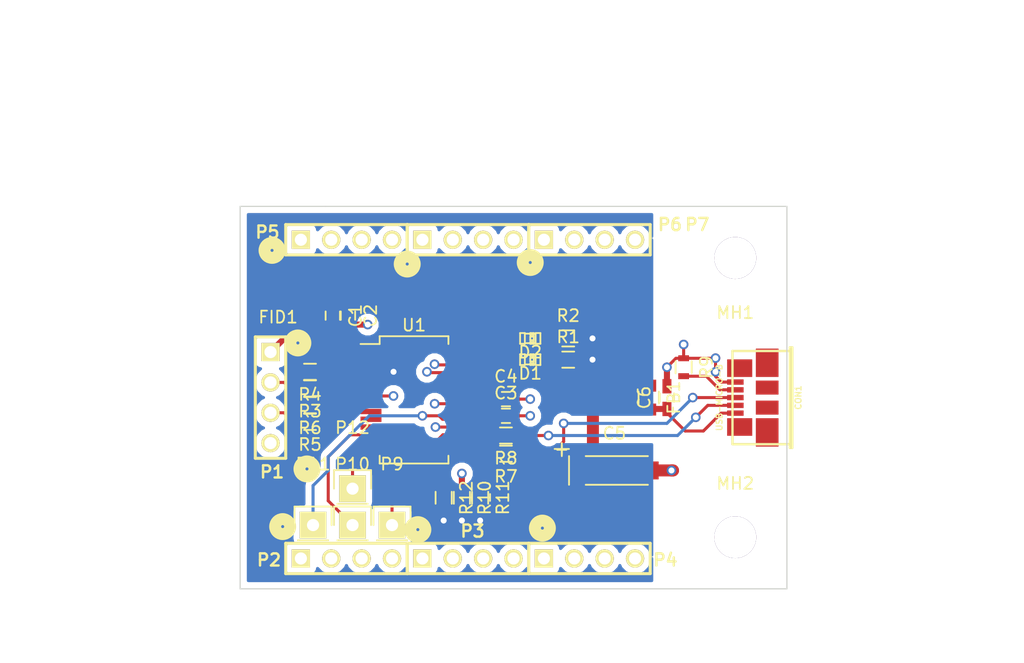
<source format=kicad_pcb>
(kicad_pcb (version 4) (host pcbnew "(2015-01-16 BZR 5376)-product")

  (general
    (links 54)
    (no_connects 0)
    (area 63.62319 26.2128 154.178002 83.160617)
    (thickness 1.6002)
    (drawings 29)
    (tracks 181)
    (zones 0)
    (modules 37)
    (nets 52)
  )

  (page A4)
  (title_block
    (date "venerdì 22 maggio 2015")
  )

  (layers
    (0 Fronte signal)
    (1 VCC power)
    (2 GND power)
    (31 Retro signal)
    (32 B.Adhes user)
    (33 F.Adhes user)
    (34 B.Paste user)
    (35 F.Paste user)
    (36 B.SilkS user)
    (37 F.SilkS user)
    (38 B.Mask user)
    (39 F.Mask user)
    (40 Dwgs.User user)
    (41 Cmts.User user)
    (42 Eco1.User user)
    (43 Eco2.User user)
    (44 Edge.Cuts user)
  )

  (setup
    (last_trace_width 0.254)
    (user_trace_width 0.127)
    (user_trace_width 0.254)
    (user_trace_width 0.508)
    (user_trace_width 1.00076)
    (user_trace_width 1.50114)
    (user_trace_width 1.99898)
    (user_trace_width 2.99974)
    (trace_clearance 0.254)
    (zone_clearance 0.508)
    (zone_45_only no)
    (trace_min 0.127)
    (segment_width 1)
    (edge_width 0.381)
    (via_size 0.8001)
    (via_drill 0.50038)
    (via_min_size 0.8001)
    (via_min_drill 0.50038)
    (uvia_size 0.508)
    (uvia_drill 0.127)
    (uvias_allowed no)
    (uvia_min_size 0.508)
    (uvia_min_drill 0.127)
    (pcb_text_width 0.3048)
    (pcb_text_size 1.524 2.032)
    (mod_edge_width 0.381)
    (mod_text_size 1.524 1.524)
    (mod_text_width 0.3048)
    (pad_size 2 2)
    (pad_drill 0)
    (pad_to_mask_clearance 0.254)
    (aux_axis_origin 0 0)
    (grid_origin 83.566 73.914)
    (visible_elements 7FFFFFFF)
    (pcbplotparams
      (layerselection 0x00030_80000001)
      (usegerberextensions true)
      (excludeedgelayer true)
      (linewidth 0.150000)
      (plotframeref false)
      (viasonmask false)
      (mode 1)
      (useauxorigin false)
      (hpglpennumber 1)
      (hpglpenspeed 20)
      (hpglpendiameter 15)
      (hpglpenoverlay 0)
      (psnegative false)
      (psa4output false)
      (plotreference true)
      (plotvalue true)
      (plotinvisibletext false)
      (padsonsilk false)
      (subtractmaskfromsilk false)
      (outputformat 1)
      (mirror false)
      (drillshape 1)
      (scaleselection 1)
      (outputdirectory ""))
  )

  (net 0 "")
  (net 1 GND)
  (net 2 VDD)
  (net 3 "Net-(R7-Pad2)")
  (net 4 "Net-(R8-Pad2)")
  (net 5 /3V3)
  (net 6 +5V)
  (net 7 "Net-(C6-Pad1)")
  (net 8 /USBDN)
  (net 9 /USBDP)
  (net 10 "Net-(CON1-Pad4)")
  (net 11 "Net-(D1-Pad2)")
  (net 12 "Net-(D1-Pad1)")
  (net 13 "Net-(D2-Pad2)")
  (net 14 "Net-(D2-Pad1)")
  (net 15 /SCH_TX)
  (net 16 /SCH_RX)
  (net 17 "Net-(P2-Pad2)")
  (net 18 "Net-(P2-Pad3)")
  (net 19 "Net-(P3-Pad1)")
  (net 20 "Net-(P3-Pad2)")
  (net 21 "Net-(P3-Pad3)")
  (net 22 "Net-(P3-Pad4)")
  (net 23 "Net-(P4-Pad1)")
  (net 24 "Net-(P4-Pad2)")
  (net 25 "Net-(P4-Pad3)")
  (net 26 "Net-(P4-Pad4)")
  (net 27 "Net-(P6-Pad2)")
  (net 28 "Net-(P6-Pad3)")
  (net 29 "Net-(P7-Pad1)")
  (net 30 "Net-(P7-Pad2)")
  (net 31 "Net-(P7-Pad3)")
  (net 32 "Net-(P7-Pad4)")
  (net 33 "Net-(P9-Pad1)")
  (net 34 "Net-(P10-Pad1)")
  (net 35 "Net-(P11-Pad1)")
  (net 36 /VCCIO)
  (net 37 "Net-(R3-Pad1)")
  (net 38 "Net-(R4-Pad1)")
  (net 39 "Net-(U1-Pad2)")
  (net 40 "Net-(U1-Pad3)")
  (net 41 "Net-(U1-Pad6)")
  (net 42 "Net-(U1-Pad9)")
  (net 43 "Net-(U1-Pad10)")
  (net 44 "Net-(U1-Pad11)")
  (net 45 "Net-(U1-Pad27)")
  (net 46 "Net-(U1-Pad28)")
  (net 47 "Net-(P5-Pad2)")
  (net 48 "Net-(P5-Pad3)")
  (net 49 "Net-(P6-Pad1)")
  (net 50 "Net-(P6-Pad4)")
  (net 51 "Net-(P12-Pad1)")

  (net_class Default "Questo è il gruppo di collegamenti predefinito"
    (clearance 0.254)
    (trace_width 0.127)
    (via_dia 0.8001)
    (via_drill 0.50038)
    (uvia_dia 0.508)
    (uvia_drill 0.127)
    (add_net +5V)
    (add_net /3V3)
    (add_net /SCH_RX)
    (add_net /SCH_TX)
    (add_net /USBDN)
    (add_net /USBDP)
    (add_net /VCCIO)
    (add_net GND)
    (add_net "Net-(C6-Pad1)")
    (add_net "Net-(CON1-Pad4)")
    (add_net "Net-(D1-Pad1)")
    (add_net "Net-(D1-Pad2)")
    (add_net "Net-(D2-Pad1)")
    (add_net "Net-(D2-Pad2)")
    (add_net "Net-(P10-Pad1)")
    (add_net "Net-(P11-Pad1)")
    (add_net "Net-(P12-Pad1)")
    (add_net "Net-(P2-Pad2)")
    (add_net "Net-(P2-Pad3)")
    (add_net "Net-(P3-Pad1)")
    (add_net "Net-(P3-Pad2)")
    (add_net "Net-(P3-Pad3)")
    (add_net "Net-(P3-Pad4)")
    (add_net "Net-(P4-Pad1)")
    (add_net "Net-(P4-Pad2)")
    (add_net "Net-(P4-Pad3)")
    (add_net "Net-(P4-Pad4)")
    (add_net "Net-(P5-Pad2)")
    (add_net "Net-(P5-Pad3)")
    (add_net "Net-(P6-Pad1)")
    (add_net "Net-(P6-Pad2)")
    (add_net "Net-(P6-Pad3)")
    (add_net "Net-(P6-Pad4)")
    (add_net "Net-(P7-Pad1)")
    (add_net "Net-(P7-Pad2)")
    (add_net "Net-(P7-Pad3)")
    (add_net "Net-(P7-Pad4)")
    (add_net "Net-(P9-Pad1)")
    (add_net "Net-(R3-Pad1)")
    (add_net "Net-(R4-Pad1)")
    (add_net "Net-(R7-Pad2)")
    (add_net "Net-(R8-Pad2)")
    (add_net "Net-(U1-Pad10)")
    (add_net "Net-(U1-Pad11)")
    (add_net "Net-(U1-Pad2)")
    (add_net "Net-(U1-Pad27)")
    (add_net "Net-(U1-Pad28)")
    (add_net "Net-(U1-Pad3)")
    (add_net "Net-(U1-Pad6)")
    (add_net "Net-(U1-Pad9)")
    (add_net VDD)
  )

  (module Housings_SSOP:SSOP-28_5.3x10.2mm_Pitch0.65mm (layer Fronte) (tedit 54130A77) (tstamp 555F9E7F)
    (at 98.3615 59.1185)
    (descr "28-Lead Plastic Shrink Small Outline (SS)-5.30 mm Body [SSOP] (see Microchip Packaging Specification 00000049BS.pdf)")
    (tags "SSOP 0.65")
    (path /553D6F6A)
    (attr smd)
    (fp_text reference U1 (at 0 -6.25) (layer F.SilkS)
      (effects (font (size 1 1) (thickness 0.15)))
    )
    (fp_text value FT232RL (at 0 6.25) (layer F.Fab)
      (effects (font (size 1 1) (thickness 0.15)))
    )
    (fp_line (start -4.75 -5.5) (end -4.75 5.5) (layer F.CrtYd) (width 0.05))
    (fp_line (start 4.75 -5.5) (end 4.75 5.5) (layer F.CrtYd) (width 0.05))
    (fp_line (start -4.75 -5.5) (end 4.75 -5.5) (layer F.CrtYd) (width 0.05))
    (fp_line (start -4.75 5.5) (end 4.75 5.5) (layer F.CrtYd) (width 0.05))
    (fp_line (start -2.875 -5.325) (end -2.875 -4.675) (layer F.SilkS) (width 0.15))
    (fp_line (start 2.875 -5.325) (end 2.875 -4.675) (layer F.SilkS) (width 0.15))
    (fp_line (start 2.875 5.325) (end 2.875 4.675) (layer F.SilkS) (width 0.15))
    (fp_line (start -2.875 5.325) (end -2.875 4.675) (layer F.SilkS) (width 0.15))
    (fp_line (start -2.875 -5.325) (end 2.875 -5.325) (layer F.SilkS) (width 0.15))
    (fp_line (start -2.875 5.325) (end 2.875 5.325) (layer F.SilkS) (width 0.15))
    (fp_line (start -2.875 -4.675) (end -4.475 -4.675) (layer F.SilkS) (width 0.15))
    (pad 1 smd rect (at -3.6 -4.225) (size 1.75 0.45) (layers Fronte F.Paste F.Mask)
      (net 38 "Net-(R4-Pad1)"))
    (pad 2 smd rect (at -3.6 -3.575) (size 1.75 0.45) (layers Fronte F.Paste F.Mask)
      (net 39 "Net-(U1-Pad2)"))
    (pad 3 smd rect (at -3.6 -2.925) (size 1.75 0.45) (layers Fronte F.Paste F.Mask)
      (net 40 "Net-(U1-Pad3)"))
    (pad 4 smd rect (at -3.6 -2.275) (size 1.75 0.45) (layers Fronte F.Paste F.Mask)
      (net 36 /VCCIO))
    (pad 5 smd rect (at -3.6 -1.625) (size 1.75 0.45) (layers Fronte F.Paste F.Mask)
      (net 37 "Net-(R3-Pad1)"))
    (pad 6 smd rect (at -3.6 -0.975) (size 1.75 0.45) (layers Fronte F.Paste F.Mask)
      (net 41 "Net-(U1-Pad6)"))
    (pad 7 smd rect (at -3.6 -0.325) (size 1.75 0.45) (layers Fronte F.Paste F.Mask)
      (net 1 GND))
    (pad 8 smd rect (at -3.6 0.325) (size 1.75 0.45) (layers Fronte F.Paste F.Mask))
    (pad 9 smd rect (at -3.6 0.975) (size 1.75 0.45) (layers Fronte F.Paste F.Mask)
      (net 42 "Net-(U1-Pad9)"))
    (pad 10 smd rect (at -3.6 1.625) (size 1.75 0.45) (layers Fronte F.Paste F.Mask)
      (net 43 "Net-(U1-Pad10)"))
    (pad 11 smd rect (at -3.6 2.275) (size 1.75 0.45) (layers Fronte F.Paste F.Mask)
      (net 44 "Net-(U1-Pad11)"))
    (pad 12 smd rect (at -3.6 2.925) (size 1.75 0.45) (layers Fronte F.Paste F.Mask)
      (net 34 "Net-(P10-Pad1)"))
    (pad 13 smd rect (at -3.6 3.575) (size 1.75 0.45) (layers Fronte F.Paste F.Mask)
      (net 51 "Net-(P12-Pad1)"))
    (pad 14 smd rect (at -3.6 4.225) (size 1.75 0.45) (layers Fronte F.Paste F.Mask)
      (net 33 "Net-(P9-Pad1)"))
    (pad 15 smd rect (at 3.6 4.225) (size 1.75 0.45) (layers Fronte F.Paste F.Mask)
      (net 3 "Net-(R7-Pad2)"))
    (pad 16 smd rect (at 3.6 3.575) (size 1.75 0.45) (layers Fronte F.Paste F.Mask)
      (net 4 "Net-(R8-Pad2)"))
    (pad 17 smd rect (at 3.6 2.925) (size 1.75 0.45) (layers Fronte F.Paste F.Mask)
      (net 5 /3V3))
    (pad 18 smd rect (at 3.6 2.275) (size 1.75 0.45) (layers Fronte F.Paste F.Mask)
      (net 1 GND))
    (pad 19 smd rect (at 3.6 1.625) (size 1.75 0.45) (layers Fronte F.Paste F.Mask)
      (net 35 "Net-(P11-Pad1)"))
    (pad 20 smd rect (at 3.6 0.975) (size 1.75 0.45) (layers Fronte F.Paste F.Mask)
      (net 6 +5V))
    (pad 21 smd rect (at 3.6 0.325) (size 1.75 0.45) (layers Fronte F.Paste F.Mask)
      (net 1 GND))
    (pad 22 smd rect (at 3.6 -0.325) (size 1.75 0.45) (layers Fronte F.Paste F.Mask)
      (net 11 "Net-(D1-Pad2)"))
    (pad 23 smd rect (at 3.6 -0.975) (size 1.75 0.45) (layers Fronte F.Paste F.Mask)
      (net 13 "Net-(D2-Pad2)"))
    (pad 24 smd rect (at 3.6 -1.625) (size 1.75 0.45) (layers Fronte F.Paste F.Mask))
    (pad 25 smd rect (at 3.6 -2.275) (size 1.75 0.45) (layers Fronte F.Paste F.Mask)
      (net 1 GND))
    (pad 26 smd rect (at 3.6 -2.925) (size 1.75 0.45) (layers Fronte F.Paste F.Mask)
      (net 1 GND))
    (pad 27 smd rect (at 3.6 -3.575) (size 1.75 0.45) (layers Fronte F.Paste F.Mask)
      (net 45 "Net-(U1-Pad27)"))
    (pad 28 smd rect (at 3.6 -4.225) (size 1.75 0.45) (layers Fronte F.Paste F.Mask)
      (net 46 "Net-(U1-Pad28)"))
    (model Housings_SSOP.3dshapes/SSOP-28_5.3x10.2mm_Pitch0.65mm.wrl
      (at (xyz 0 0 0))
      (scale (xyz 1 1 1))
      (rotate (xyz 0 0 0))
    )
  )

  (module PIN_ARRAY_4x1 (layer Fronte) (tedit 553186A1) (tstamp 54ADBB1B)
    (at 113.03 45.72)
    (descr "Double rangee de contacts 2 x 5 pins")
    (tags CONN)
    (path /553D6848)
    (fp_text reference P7 (at 9.017 -1.27) (layer F.SilkS)
      (effects (font (size 1.016 1.016) (thickness 0.2032)))
    )
    (fp_text value CONN_01X04 (at 0 2.54) (layer F.SilkS) hide
      (effects (font (size 1.016 1.016) (thickness 0.2032)))
    )
    (fp_line (start 5.08 1.27) (end -5.08 1.27) (layer F.SilkS) (width 0.254))
    (fp_line (start 5.08 -1.27) (end -5.08 -1.27) (layer F.SilkS) (width 0.254))
    (fp_line (start -5.08 -1.27) (end -5.08 1.27) (layer F.SilkS) (width 0.254))
    (fp_line (start 5.08 1.27) (end 5.08 -1.27) (layer F.SilkS) (width 0.254))
    (pad 1 thru_hole rect (at -3.81 0) (size 1.524 1.524) (drill 1.016) (layers *.Cu *.Mask F.SilkS)
      (net 29 "Net-(P7-Pad1)"))
    (pad 2 thru_hole circle (at -1.27 0) (size 1.524 1.524) (drill 1.016) (layers *.Cu *.Mask F.SilkS)
      (net 30 "Net-(P7-Pad2)"))
    (pad 3 thru_hole circle (at 1.27 0) (size 1.524 1.524) (drill 1.016) (layers *.Cu *.Mask F.SilkS)
      (net 31 "Net-(P7-Pad3)"))
    (pad 4 thru_hole circle (at 3.81 0) (size 1.524 1.524) (drill 1.016) (layers *.Cu *.Mask F.SilkS)
      (net 32 "Net-(P7-Pad4)"))
    (model pin_array\pins_array_4x1.wrl
      (at (xyz 0 0 0))
      (scale (xyz 1 1 1))
      (rotate (xyz 0 0 0))
    )
  )

  (module PIN_ARRAY_4x1 (layer Fronte) (tedit 5531869D) (tstamp 54ADBB1D)
    (at 102.87 45.72)
    (descr "Double rangee de contacts 2 x 5 pins")
    (tags CONN)
    (path /553D6823)
    (fp_text reference P6 (at 16.891 -1.27) (layer F.SilkS)
      (effects (font (size 1.016 1.016) (thickness 0.2032)))
    )
    (fp_text value CONN_01X04 (at 0 2.54) (layer F.SilkS) hide
      (effects (font (size 1.016 1.016) (thickness 0.2032)))
    )
    (fp_line (start 5.08 1.27) (end -5.08 1.27) (layer F.SilkS) (width 0.254))
    (fp_line (start 5.08 -1.27) (end -5.08 -1.27) (layer F.SilkS) (width 0.254))
    (fp_line (start -5.08 -1.27) (end -5.08 1.27) (layer F.SilkS) (width 0.254))
    (fp_line (start 5.08 1.27) (end 5.08 -1.27) (layer F.SilkS) (width 0.254))
    (pad 1 thru_hole rect (at -3.81 0) (size 1.524 1.524) (drill 1.016) (layers *.Cu *.Mask F.SilkS)
      (net 49 "Net-(P6-Pad1)"))
    (pad 2 thru_hole circle (at -1.27 0) (size 1.524 1.524) (drill 1.016) (layers *.Cu *.Mask F.SilkS)
      (net 27 "Net-(P6-Pad2)"))
    (pad 3 thru_hole circle (at 1.27 0) (size 1.524 1.524) (drill 1.016) (layers *.Cu *.Mask F.SilkS)
      (net 28 "Net-(P6-Pad3)"))
    (pad 4 thru_hole circle (at 3.81 0) (size 1.524 1.524) (drill 1.016) (layers *.Cu *.Mask F.SilkS)
      (net 50 "Net-(P6-Pad4)"))
    (model pin_array\pins_array_4x1.wrl
      (at (xyz 0 0 0))
      (scale (xyz 1 1 1))
      (rotate (xyz 0 0 0))
    )
  )

  (module PIN_ARRAY_4x1 (layer Fronte) (tedit 5531876A) (tstamp 54ADBB1F)
    (at 92.71 45.72)
    (descr "Double rangee de contacts 2 x 5 pins")
    (tags CONN)
    (path /553D67F7)
    (fp_text reference P5 (at -6.604 -0.635) (layer F.SilkS)
      (effects (font (size 1.016 1.016) (thickness 0.2032)))
    )
    (fp_text value CONN_01X04 (at 0 2.54) (layer F.SilkS) hide
      (effects (font (size 1.016 1.016) (thickness 0.2032)))
    )
    (fp_line (start 5.08 1.27) (end -5.08 1.27) (layer F.SilkS) (width 0.254))
    (fp_line (start 5.08 -1.27) (end -5.08 -1.27) (layer F.SilkS) (width 0.254))
    (fp_line (start -5.08 -1.27) (end -5.08 1.27) (layer F.SilkS) (width 0.254))
    (fp_line (start 5.08 1.27) (end 5.08 -1.27) (layer F.SilkS) (width 0.254))
    (pad 1 thru_hole rect (at -3.81 0) (size 1.524 1.524) (drill 1.016) (layers *.Cu *.Mask F.SilkS)
      (net 2 VDD))
    (pad 2 thru_hole circle (at -1.27 0) (size 1.524 1.524) (drill 1.016) (layers *.Cu *.Mask F.SilkS)
      (net 47 "Net-(P5-Pad2)"))
    (pad 3 thru_hole circle (at 1.27 0) (size 1.524 1.524) (drill 1.016) (layers *.Cu *.Mask F.SilkS)
      (net 48 "Net-(P5-Pad3)"))
    (pad 4 thru_hole circle (at 3.81 0) (size 1.524 1.524) (drill 1.016) (layers *.Cu *.Mask F.SilkS)
      (net 1 GND))
    (model pin_array\pins_array_4x1.wrl
      (at (xyz 0 0 0))
      (scale (xyz 1 1 1))
      (rotate (xyz 0 0 0))
    )
  )

  (module PIN_ARRAY_4x1 (layer Fronte) (tedit 55318647) (tstamp 54ADBB21)
    (at 113.03 72.39)
    (descr "Double rangee de contacts 2 x 5 pins")
    (tags CONN)
    (path /553D67D6)
    (fp_text reference P4 (at 6.35 0.127) (layer F.SilkS)
      (effects (font (size 1.016 1.016) (thickness 0.2032)))
    )
    (fp_text value CONN_01X04 (at 0 2.54) (layer F.SilkS) hide
      (effects (font (size 1.016 1.016) (thickness 0.2032)))
    )
    (fp_line (start 5.08 1.27) (end -5.08 1.27) (layer F.SilkS) (width 0.254))
    (fp_line (start 5.08 -1.27) (end -5.08 -1.27) (layer F.SilkS) (width 0.254))
    (fp_line (start -5.08 -1.27) (end -5.08 1.27) (layer F.SilkS) (width 0.254))
    (fp_line (start 5.08 1.27) (end 5.08 -1.27) (layer F.SilkS) (width 0.254))
    (pad 1 thru_hole rect (at -3.81 0) (size 1.524 1.524) (drill 1.016) (layers *.Cu *.Mask F.SilkS)
      (net 23 "Net-(P4-Pad1)"))
    (pad 2 thru_hole circle (at -1.27 0) (size 1.524 1.524) (drill 1.016) (layers *.Cu *.Mask F.SilkS)
      (net 24 "Net-(P4-Pad2)"))
    (pad 3 thru_hole circle (at 1.27 0) (size 1.524 1.524) (drill 1.016) (layers *.Cu *.Mask F.SilkS)
      (net 25 "Net-(P4-Pad3)"))
    (pad 4 thru_hole circle (at 3.81 0) (size 1.524 1.524) (drill 1.016) (layers *.Cu *.Mask F.SilkS)
      (net 26 "Net-(P4-Pad4)"))
    (model pin_array\pins_array_4x1.wrl
      (at (xyz 0 0 0))
      (scale (xyz 1 1 1))
      (rotate (xyz 0 0 0))
    )
  )

  (module PIN_ARRAY_4x1 (layer Fronte) (tedit 55318615) (tstamp 54ADBB23)
    (at 102.87 72.39)
    (descr "Double rangee de contacts 2 x 5 pins")
    (tags CONN)
    (path /553D67B2)
    (fp_text reference P3 (at 0.381 -2.286) (layer F.SilkS)
      (effects (font (size 1.016 1.016) (thickness 0.2032)))
    )
    (fp_text value CONN_01X04 (at 0 2.54) (layer F.SilkS) hide
      (effects (font (size 1.016 1.016) (thickness 0.2032)))
    )
    (fp_line (start 5.08 1.27) (end -5.08 1.27) (layer F.SilkS) (width 0.254))
    (fp_line (start 5.08 -1.27) (end -5.08 -1.27) (layer F.SilkS) (width 0.254))
    (fp_line (start -5.08 -1.27) (end -5.08 1.27) (layer F.SilkS) (width 0.254))
    (fp_line (start 5.08 1.27) (end 5.08 -1.27) (layer F.SilkS) (width 0.254))
    (pad 1 thru_hole rect (at -3.81 0) (size 1.524 1.524) (drill 1.016) (layers *.Cu *.Mask F.SilkS)
      (net 19 "Net-(P3-Pad1)"))
    (pad 2 thru_hole circle (at -1.27 0) (size 1.524 1.524) (drill 1.016) (layers *.Cu *.Mask F.SilkS)
      (net 20 "Net-(P3-Pad2)"))
    (pad 3 thru_hole circle (at 1.27 0) (size 1.524 1.524) (drill 1.016) (layers *.Cu *.Mask F.SilkS)
      (net 21 "Net-(P3-Pad3)"))
    (pad 4 thru_hole circle (at 3.81 0) (size 1.524 1.524) (drill 1.016) (layers *.Cu *.Mask F.SilkS)
      (net 22 "Net-(P3-Pad4)"))
    (model pin_array\pins_array_4x1.wrl
      (at (xyz 0 0 0))
      (scale (xyz 1 1 1))
      (rotate (xyz 0 0 0))
    )
  )

  (module PIN_ARRAY_4x1 (layer Fronte) (tedit 55318612) (tstamp 54ADBB25)
    (at 92.71 72.39)
    (descr "Double rangee de contacts 2 x 5 pins")
    (tags CONN)
    (path /553D6750)
    (fp_text reference P2 (at -6.477 0.127) (layer F.SilkS)
      (effects (font (size 1.016 1.016) (thickness 0.2032)))
    )
    (fp_text value CONN_01X04 (at 0 2.54) (layer F.SilkS) hide
      (effects (font (size 1.016 1.016) (thickness 0.2032)))
    )
    (fp_line (start 5.08 1.27) (end -5.08 1.27) (layer F.SilkS) (width 0.254))
    (fp_line (start 5.08 -1.27) (end -5.08 -1.27) (layer F.SilkS) (width 0.254))
    (fp_line (start -5.08 -1.27) (end -5.08 1.27) (layer F.SilkS) (width 0.254))
    (fp_line (start 5.08 1.27) (end 5.08 -1.27) (layer F.SilkS) (width 0.254))
    (pad 1 thru_hole rect (at -3.81 0) (size 1.524 1.524) (drill 1.016) (layers *.Cu *.Mask F.SilkS)
      (net 2 VDD))
    (pad 2 thru_hole circle (at -1.27 0) (size 1.524 1.524) (drill 1.016) (layers *.Cu *.Mask F.SilkS)
      (net 17 "Net-(P2-Pad2)"))
    (pad 3 thru_hole circle (at 1.27 0) (size 1.524 1.524) (drill 1.016) (layers *.Cu *.Mask F.SilkS)
      (net 18 "Net-(P2-Pad3)"))
    (pad 4 thru_hole circle (at 3.81 0) (size 1.524 1.524) (drill 1.016) (layers *.Cu *.Mask F.SilkS)
      (net 1 GND))
    (model pin_array\pins_array_4x1.wrl
      (at (xyz 0 0 0))
      (scale (xyz 1 1 1))
      (rotate (xyz 0 0 0))
    )
  )

  (module PIN_ARRAY_4x1 (layer Fronte) (tedit 55318605) (tstamp 54ADBB27)
    (at 86.36 58.928 270)
    (descr "Double rangee de contacts 2 x 5 pins")
    (tags CONN)
    (path /553D65D7)
    (fp_text reference P1 (at 6.223 -0.127 360) (layer F.SilkS)
      (effects (font (size 1.016 1.016) (thickness 0.2032)))
    )
    (fp_text value CONN_01X04 (at 0 2.54 270) (layer F.SilkS) hide
      (effects (font (size 1.016 1.016) (thickness 0.2032)))
    )
    (fp_line (start 5.08 1.27) (end -5.08 1.27) (layer F.SilkS) (width 0.254))
    (fp_line (start 5.08 -1.27) (end -5.08 -1.27) (layer F.SilkS) (width 0.254))
    (fp_line (start -5.08 -1.27) (end -5.08 1.27) (layer F.SilkS) (width 0.254))
    (fp_line (start 5.08 1.27) (end 5.08 -1.27) (layer F.SilkS) (width 0.254))
    (pad 1 thru_hole rect (at -3.81 0 270) (size 1.524 1.524) (drill 1.016) (layers *.Cu *.Mask F.SilkS)
      (net 2 VDD))
    (pad 2 thru_hole circle (at -1.27 0 270) (size 1.524 1.524) (drill 1.016) (layers *.Cu *.Mask F.SilkS)
      (net 15 /SCH_TX))
    (pad 3 thru_hole circle (at 1.27 0 270) (size 1.524 1.524) (drill 1.016) (layers *.Cu *.Mask F.SilkS)
      (net 16 /SCH_RX))
    (pad 4 thru_hole circle (at 3.81 0 270) (size 1.524 1.524) (drill 1.016) (layers *.Cu *.Mask F.SilkS)
      (net 1 GND))
    (model pin_array\pins_array_4x1.wrl
      (at (xyz 0 0 0))
      (scale (xyz 1 1 1))
      (rotate (xyz 0 0 0))
    )
  )

  (module Fiducials:Fiducial_Modern_CopperTop (layer Fronte) (tedit 55318788) (tstamp 55318777)
    (at 86.868 49.53)
    (descr "Fiducial, Modern, Copper Top, Passermarke,")
    (tags "Fiducial, Modern, Copper Top, Passermarke,")
    (fp_text reference FID1 (at 0.127 2.667) (layer F.SilkS)
      (effects (font (size 1 1) (thickness 0.15)))
    )
    (fp_text value Fiducial_Modern_CopperTop (at 0 0) (layer F.Fab)
      (effects (font (size 1 1) (thickness 0.15)))
    )
    (fp_circle (center 0 0) (end 1.52908 0) (layer Fronte) (width 0.381))
    (fp_circle (center 0 0) (end 1.7907 0) (layer Fronte) (width 0.381))
    (pad ~ smd circle (at 0 0) (size 2 2) (layers F.Mask)
      (solder_mask_margin 2.99974))
  )

  (module Mounting_Holes:MountingHole_3-5mm (layer Fronte) (tedit 553187B3) (tstamp 553187BE)
    (at 125.222 47.244)
    (descr "Mounting hole, Befestigungsbohrung, 3,5mm, No Annular, Kein Restring,")
    (tags "Mounting hole, Befestigungsbohrung, 3,5mm, No Annular, Kein Restring,")
    (fp_text reference MH1 (at 0 4.572) (layer F.SilkS)
      (effects (font (size 1 1) (thickness 0.15)))
    )
    (fp_text value MountingHole_3-5mm (at 0 5.00126) (layer F.Fab)
      (effects (font (size 1 1) (thickness 0.15)))
    )
    (fp_circle (center 0 0) (end 3.5 0) (layer Cmts.User) (width 0.381))
    (pad 1 thru_hole circle (at 0 0) (size 3.5 3.5) (drill 3.5) (layers))
  )

  (module Mounting_Holes:MountingHole_3-5mm (layer Fronte) (tedit 55318879) (tstamp 553187E2)
    (at 125.222 70.612)
    (descr "Mounting hole, Befestigungsbohrung, 3,5mm, No Annular, Kein Restring,")
    (tags "Mounting hole, Befestigungsbohrung, 3,5mm, No Annular, Kein Restring,")
    (fp_text reference MH2 (at 0 -4.50088) (layer F.SilkS)
      (effects (font (size 1 1) (thickness 0.15)))
    )
    (fp_text value MountingHole_3-5mm (at 0 5.00126) (layer F.Fab)
      (effects (font (size 1 1) (thickness 0.15)))
    )
    (fp_circle (center 0 0) (end 3.5 0) (layer Cmts.User) (width 0.381))
    (pad 1 thru_hole circle (at 0 0) (size 3.5 3.5) (drill 3.5) (layers))
  )

  (module Capacitors_SMD:C_0603 (layer Fronte) (tedit 5415D631) (tstamp 555F9DC3)
    (at 91.567 52.07 270)
    (descr "Capacitor SMD 0603, reflow soldering, AVX (see smccp.pdf)")
    (tags "capacitor 0603")
    (path /55357963)
    (attr smd)
    (fp_text reference C1 (at 0 -1.9 270) (layer F.SilkS)
      (effects (font (size 1 1) (thickness 0.15)))
    )
    (fp_text value 100n (at 0 1.9 270) (layer F.Fab)
      (effects (font (size 1 1) (thickness 0.15)))
    )
    (fp_line (start -1.45 -0.75) (end 1.45 -0.75) (layer F.CrtYd) (width 0.05))
    (fp_line (start -1.45 0.75) (end 1.45 0.75) (layer F.CrtYd) (width 0.05))
    (fp_line (start -1.45 -0.75) (end -1.45 0.75) (layer F.CrtYd) (width 0.05))
    (fp_line (start 1.45 -0.75) (end 1.45 0.75) (layer F.CrtYd) (width 0.05))
    (fp_line (start -0.35 -0.6) (end 0.35 -0.6) (layer F.SilkS) (width 0.15))
    (fp_line (start 0.35 0.6) (end -0.35 0.6) (layer F.SilkS) (width 0.15))
    (pad 1 smd rect (at -0.75 0 270) (size 0.8 0.75) (layers Fronte F.Paste F.Mask)
      (net 2 VDD))
    (pad 2 smd rect (at 0.75 0 270) (size 0.8 0.75) (layers Fronte F.Paste F.Mask)
      (net 1 GND))
    (model Capacitors_SMD.3dshapes/C_0603.wrl
      (at (xyz 0 0 0))
      (scale (xyz 1 1 1))
      (rotate (xyz 0 0 0))
    )
  )

  (module Capacitors_SMD:C_0603 (layer Fronte) (tedit 5415D631) (tstamp 555F9DC9)
    (at 92.837 52.07 270)
    (descr "Capacitor SMD 0603, reflow soldering, AVX (see smccp.pdf)")
    (tags "capacitor 0603")
    (path /553579A5)
    (attr smd)
    (fp_text reference C2 (at 0 -1.9 270) (layer F.SilkS)
      (effects (font (size 1 1) (thickness 0.15)))
    )
    (fp_text value 1u (at 0 1.9 270) (layer F.Fab)
      (effects (font (size 1 1) (thickness 0.15)))
    )
    (fp_line (start -1.45 -0.75) (end 1.45 -0.75) (layer F.CrtYd) (width 0.05))
    (fp_line (start -1.45 0.75) (end 1.45 0.75) (layer F.CrtYd) (width 0.05))
    (fp_line (start -1.45 -0.75) (end -1.45 0.75) (layer F.CrtYd) (width 0.05))
    (fp_line (start 1.45 -0.75) (end 1.45 0.75) (layer F.CrtYd) (width 0.05))
    (fp_line (start -0.35 -0.6) (end 0.35 -0.6) (layer F.SilkS) (width 0.15))
    (fp_line (start 0.35 0.6) (end -0.35 0.6) (layer F.SilkS) (width 0.15))
    (pad 1 smd rect (at -0.75 0 270) (size 0.8 0.75) (layers Fronte F.Paste F.Mask)
      (net 2 VDD))
    (pad 2 smd rect (at 0.75 0 270) (size 0.8 0.75) (layers Fronte F.Paste F.Mask)
      (net 1 GND))
    (model Capacitors_SMD.3dshapes/C_0603.wrl
      (at (xyz 0 0 0))
      (scale (xyz 1 1 1))
      (rotate (xyz 0 0 0))
    )
  )

  (module Capacitors_SMD:C_0603 (layer Fronte) (tedit 5415D631) (tstamp 555F9DCF)
    (at 106.045 60.452)
    (descr "Capacitor SMD 0603, reflow soldering, AVX (see smccp.pdf)")
    (tags "capacitor 0603")
    (path /5541D05C)
    (attr smd)
    (fp_text reference C3 (at 0 -1.9) (layer F.SilkS)
      (effects (font (size 1 1) (thickness 0.15)))
    )
    (fp_text value 100n (at 0 1.9) (layer F.Fab)
      (effects (font (size 1 1) (thickness 0.15)))
    )
    (fp_line (start -1.45 -0.75) (end 1.45 -0.75) (layer F.CrtYd) (width 0.05))
    (fp_line (start -1.45 0.75) (end 1.45 0.75) (layer F.CrtYd) (width 0.05))
    (fp_line (start -1.45 -0.75) (end -1.45 0.75) (layer F.CrtYd) (width 0.05))
    (fp_line (start 1.45 -0.75) (end 1.45 0.75) (layer F.CrtYd) (width 0.05))
    (fp_line (start -0.35 -0.6) (end 0.35 -0.6) (layer F.SilkS) (width 0.15))
    (fp_line (start 0.35 0.6) (end -0.35 0.6) (layer F.SilkS) (width 0.15))
    (pad 1 smd rect (at -0.75 0) (size 0.8 0.75) (layers Fronte F.Paste F.Mask)
      (net 5 /3V3))
    (pad 2 smd rect (at 0.75 0) (size 0.8 0.75) (layers Fronte F.Paste F.Mask)
      (net 1 GND))
    (model Capacitors_SMD.3dshapes/C_0603.wrl
      (at (xyz 0 0 0))
      (scale (xyz 1 1 1))
      (rotate (xyz 0 0 0))
    )
  )

  (module Capacitors_SMD:C_0603 (layer Fronte) (tedit 5415D631) (tstamp 555F9DD5)
    (at 106.045 59.055)
    (descr "Capacitor SMD 0603, reflow soldering, AVX (see smccp.pdf)")
    (tags "capacitor 0603")
    (path /55413B56)
    (attr smd)
    (fp_text reference C4 (at 0 -1.9) (layer F.SilkS)
      (effects (font (size 1 1) (thickness 0.15)))
    )
    (fp_text value 100n (at 0 1.9) (layer F.Fab)
      (effects (font (size 1 1) (thickness 0.15)))
    )
    (fp_line (start -1.45 -0.75) (end 1.45 -0.75) (layer F.CrtYd) (width 0.05))
    (fp_line (start -1.45 0.75) (end 1.45 0.75) (layer F.CrtYd) (width 0.05))
    (fp_line (start -1.45 -0.75) (end -1.45 0.75) (layer F.CrtYd) (width 0.05))
    (fp_line (start 1.45 -0.75) (end 1.45 0.75) (layer F.CrtYd) (width 0.05))
    (fp_line (start -0.35 -0.6) (end 0.35 -0.6) (layer F.SilkS) (width 0.15))
    (fp_line (start 0.35 0.6) (end -0.35 0.6) (layer F.SilkS) (width 0.15))
    (pad 1 smd rect (at -0.75 0) (size 0.8 0.75) (layers Fronte F.Paste F.Mask)
      (net 6 +5V))
    (pad 2 smd rect (at 0.75 0) (size 0.8 0.75) (layers Fronte F.Paste F.Mask)
      (net 1 GND))
    (model Capacitors_SMD.3dshapes/C_0603.wrl
      (at (xyz 0 0 0))
      (scale (xyz 1 1 1))
      (rotate (xyz 0 0 0))
    )
  )

  (module Capacitors_Tantalum_SMD:TantalC_SizeA_EIA-3216_HandSoldering (layer Fronte) (tedit 555F9D54) (tstamp 555F9DDB)
    (at 115.316 65.024)
    (descr "Tantal Cap. , Size A, EIA-3216, Hand Soldering,")
    (tags "Tantal Cap. , Size A, EIA-3216, Hand Soldering,")
    (path /5541443D)
    (attr smd)
    (fp_text reference C5 (at -0.20066 -3.0988) (layer F.SilkS)
      (effects (font (size 1 1) (thickness 0.15)))
    )
    (fp_text value 4.7u (at -0.09906 3.0988) (layer F.Fab)
      (effects (font (size 1 1) (thickness 0.15)))
    )
    (fp_text user + (at -4.59994 -1.80086) (layer F.SilkS)
      (effects (font (size 1 1) (thickness 0.15)))
    )
    (fp_line (start -2.60096 1.19888) (end 2.60096 1.19888) (layer F.SilkS) (width 0.15))
    (fp_line (start 2.60096 -1.19888) (end -2.60096 -1.19888) (layer F.SilkS) (width 0.15))
    (fp_line (start -4.59994 -2.2987) (end -4.59994 -1.19888) (layer F.SilkS) (width 0.15))
    (fp_line (start -5.19938 -1.79832) (end -4.0005 -1.79832) (layer F.SilkS) (width 0.15))
    (fp_line (start -3.99542 -1.19888) (end -3.99542 1.19888) (layer F.SilkS) (width 0.15))
    (pad 2 smd rect (at 1.99898 0) (size 2.99974 1.50114) (layers Fronte F.Paste F.Mask)
      (net 1 GND))
    (pad 1 smd rect (at -1.99898 0) (size 2.99974 1.50114) (layers Fronte F.Paste F.Mask)
      (net 6 +5V))
    (model Capacitors_Tantalum_SMD.3dshapes/TantalC_SizeA_EIA-3216_HandSoldering.wrl
      (at (xyz 0 0 0))
      (scale (xyz 1 1 1))
      (rotate (xyz 0 0 180))
    )
  )

  (module Capacitors_SMD:C_0603_HandSoldering (layer Fronte) (tedit 541A9B4D) (tstamp 555F9DE1)
    (at 119.507 58.928 90)
    (descr "Capacitor SMD 0603, hand soldering")
    (tags "capacitor 0603")
    (path /55414373)
    (attr smd)
    (fp_text reference C6 (at 0 -1.9 90) (layer F.SilkS)
      (effects (font (size 1 1) (thickness 0.15)))
    )
    (fp_text value 10n (at 0 1.9 90) (layer F.Fab)
      (effects (font (size 1 1) (thickness 0.15)))
    )
    (fp_line (start -1.85 -0.75) (end 1.85 -0.75) (layer F.CrtYd) (width 0.05))
    (fp_line (start -1.85 0.75) (end 1.85 0.75) (layer F.CrtYd) (width 0.05))
    (fp_line (start -1.85 -0.75) (end -1.85 0.75) (layer F.CrtYd) (width 0.05))
    (fp_line (start 1.85 -0.75) (end 1.85 0.75) (layer F.CrtYd) (width 0.05))
    (fp_line (start -0.35 -0.6) (end 0.35 -0.6) (layer F.SilkS) (width 0.15))
    (fp_line (start 0.35 0.6) (end -0.35 0.6) (layer F.SilkS) (width 0.15))
    (pad 1 smd rect (at -0.95 0 90) (size 1.2 0.75) (layers Fronte F.Paste F.Mask)
      (net 7 "Net-(C6-Pad1)"))
    (pad 2 smd rect (at 0.95 0 90) (size 1.2 0.75) (layers Fronte F.Paste F.Mask)
      (net 1 GND))
    (model Capacitors_SMD.3dshapes/C_0603_HandSoldering.wrl
      (at (xyz 0 0 0))
      (scale (xyz 1 1 1))
      (rotate (xyz 0 0 0))
    )
  )

  (module LEDs:LED-0603 (layer Fronte) (tedit 5538B18B) (tstamp 555F9DF4)
    (at 108.077 55.753 180)
    (descr "LED 0603 smd package")
    (tags "LED led 0603 SMD smd SMT smt smdled SMDLED smtled SMTLED")
    (path /5542939E)
    (attr smd)
    (fp_text reference D1 (at 0 -1.15 180) (layer F.SilkS)
      (effects (font (size 1 1) (thickness 0.15)))
    )
    (fp_text value LED (at 0 1.2 180) (layer F.Fab)
      (effects (font (size 1 1) (thickness 0.15)))
    )
    (fp_line (start -0.44958 -0.44958) (end -0.44958 0.44958) (layer F.SilkS) (width 0.15))
    (fp_line (start -0.44958 0.44958) (end -0.84836 0.44958) (layer F.SilkS) (width 0.15))
    (fp_line (start -0.84836 -0.44958) (end -0.84836 0.44958) (layer F.SilkS) (width 0.15))
    (fp_line (start -0.44958 -0.44958) (end -0.84836 -0.44958) (layer F.SilkS) (width 0.15))
    (fp_line (start 0.84836 -0.44958) (end 0.84836 0.44958) (layer F.SilkS) (width 0.15))
    (fp_line (start 0.84836 0.44958) (end 0.44958 0.44958) (layer F.SilkS) (width 0.15))
    (fp_line (start 0.44958 -0.44958) (end 0.44958 0.44958) (layer F.SilkS) (width 0.15))
    (fp_line (start 0.84836 -0.44958) (end 0.44958 -0.44958) (layer F.SilkS) (width 0.15))
    (fp_line (start 0 -0.44958) (end 0 -0.29972) (layer F.SilkS) (width 0.15))
    (fp_line (start 0 -0.29972) (end -0.29972 -0.29972) (layer F.SilkS) (width 0.15))
    (fp_line (start -0.29972 -0.44958) (end -0.29972 -0.29972) (layer F.SilkS) (width 0.15))
    (fp_line (start 0 -0.44958) (end -0.29972 -0.44958) (layer F.SilkS) (width 0.15))
    (fp_line (start 0 0.29972) (end 0 0.44958) (layer F.SilkS) (width 0.15))
    (fp_line (start 0 0.44958) (end -0.29972 0.44958) (layer F.SilkS) (width 0.15))
    (fp_line (start -0.29972 0.29972) (end -0.29972 0.44958) (layer F.SilkS) (width 0.15))
    (fp_line (start 0 0.29972) (end -0.29972 0.29972) (layer F.SilkS) (width 0.15))
    (fp_line (start 0 -0.14986) (end 0 0.14986) (layer F.SilkS) (width 0.15))
    (fp_line (start 0 0.14986) (end -0.29972 0.14986) (layer F.SilkS) (width 0.15))
    (fp_line (start -0.29972 -0.14986) (end -0.29972 0.14986) (layer F.SilkS) (width 0.15))
    (fp_line (start 0 -0.14986) (end -0.29972 -0.14986) (layer F.SilkS) (width 0.15))
    (fp_line (start -0.44958 -0.39878) (end 0.44958 -0.39878) (layer F.SilkS) (width 0.15))
    (fp_line (start -0.44958 0.39878) (end 0.44958 0.39878) (layer F.SilkS) (width 0.15))
    (pad 2 smd rect (at 0.7493 0) (size 0.79756 0.79756) (layers Fronte F.Paste F.Mask)
      (net 11 "Net-(D1-Pad2)"))
    (pad 1 smd rect (at -0.7493 0) (size 0.79756 0.79756) (layers Fronte F.Paste F.Mask)
      (net 12 "Net-(D1-Pad1)"))
  )

  (module LEDs:LED-0603 (layer Fronte) (tedit 5538B18B) (tstamp 555F9DFA)
    (at 108.077 53.975 180)
    (descr "LED 0603 smd package")
    (tags "LED led 0603 SMD smd SMT smt smdled SMDLED smtled SMTLED")
    (path /55429328)
    (attr smd)
    (fp_text reference D2 (at 0 -1.15 180) (layer F.SilkS)
      (effects (font (size 1 1) (thickness 0.15)))
    )
    (fp_text value LED (at 0 1.2 180) (layer F.Fab)
      (effects (font (size 1 1) (thickness 0.15)))
    )
    (fp_line (start -0.44958 -0.44958) (end -0.44958 0.44958) (layer F.SilkS) (width 0.15))
    (fp_line (start -0.44958 0.44958) (end -0.84836 0.44958) (layer F.SilkS) (width 0.15))
    (fp_line (start -0.84836 -0.44958) (end -0.84836 0.44958) (layer F.SilkS) (width 0.15))
    (fp_line (start -0.44958 -0.44958) (end -0.84836 -0.44958) (layer F.SilkS) (width 0.15))
    (fp_line (start 0.84836 -0.44958) (end 0.84836 0.44958) (layer F.SilkS) (width 0.15))
    (fp_line (start 0.84836 0.44958) (end 0.44958 0.44958) (layer F.SilkS) (width 0.15))
    (fp_line (start 0.44958 -0.44958) (end 0.44958 0.44958) (layer F.SilkS) (width 0.15))
    (fp_line (start 0.84836 -0.44958) (end 0.44958 -0.44958) (layer F.SilkS) (width 0.15))
    (fp_line (start 0 -0.44958) (end 0 -0.29972) (layer F.SilkS) (width 0.15))
    (fp_line (start 0 -0.29972) (end -0.29972 -0.29972) (layer F.SilkS) (width 0.15))
    (fp_line (start -0.29972 -0.44958) (end -0.29972 -0.29972) (layer F.SilkS) (width 0.15))
    (fp_line (start 0 -0.44958) (end -0.29972 -0.44958) (layer F.SilkS) (width 0.15))
    (fp_line (start 0 0.29972) (end 0 0.44958) (layer F.SilkS) (width 0.15))
    (fp_line (start 0 0.44958) (end -0.29972 0.44958) (layer F.SilkS) (width 0.15))
    (fp_line (start -0.29972 0.29972) (end -0.29972 0.44958) (layer F.SilkS) (width 0.15))
    (fp_line (start 0 0.29972) (end -0.29972 0.29972) (layer F.SilkS) (width 0.15))
    (fp_line (start 0 -0.14986) (end 0 0.14986) (layer F.SilkS) (width 0.15))
    (fp_line (start 0 0.14986) (end -0.29972 0.14986) (layer F.SilkS) (width 0.15))
    (fp_line (start -0.29972 -0.14986) (end -0.29972 0.14986) (layer F.SilkS) (width 0.15))
    (fp_line (start 0 -0.14986) (end -0.29972 -0.14986) (layer F.SilkS) (width 0.15))
    (fp_line (start -0.44958 -0.39878) (end 0.44958 -0.39878) (layer F.SilkS) (width 0.15))
    (fp_line (start -0.44958 0.39878) (end 0.44958 0.39878) (layer F.SilkS) (width 0.15))
    (pad 2 smd rect (at 0.7493 0) (size 0.79756 0.79756) (layers Fronte F.Paste F.Mask)
      (net 13 "Net-(D2-Pad2)"))
    (pad 1 smd rect (at -0.7493 0) (size 0.79756 0.79756) (layers Fronte F.Paste F.Mask)
      (net 14 "Net-(D2-Pad1)"))
  )

  (module Capacitors_SMD:C_0805 (layer Fronte) (tedit 5415D6EA) (tstamp 55609781)
    (at 117.983 58.928 270)
    (descr "Capacitor SMD 0805, reflow soldering, AVX (see smccp.pdf)")
    (tags "capacitor 0805")
    (path /55414A00)
    (attr smd)
    (fp_text reference FB1 (at 0 -2.1 270) (layer F.SilkS)
      (effects (font (size 1 1) (thickness 0.15)))
    )
    (fp_text value FILTER (at 0 2.1 270) (layer F.Fab)
      (effects (font (size 1 1) (thickness 0.15)))
    )
    (fp_line (start -1.8 -1) (end 1.8 -1) (layer F.CrtYd) (width 0.05))
    (fp_line (start -1.8 1) (end 1.8 1) (layer F.CrtYd) (width 0.05))
    (fp_line (start -1.8 -1) (end -1.8 1) (layer F.CrtYd) (width 0.05))
    (fp_line (start 1.8 -1) (end 1.8 1) (layer F.CrtYd) (width 0.05))
    (fp_line (start 0.5 -0.85) (end -0.5 -0.85) (layer F.SilkS) (width 0.15))
    (fp_line (start -0.5 0.85) (end 0.5 0.85) (layer F.SilkS) (width 0.15))
    (pad 1 smd rect (at -1 0 270) (size 1 1.25) (layers Fronte F.Paste F.Mask)
      (net 6 +5V))
    (pad 2 smd rect (at 1 0 270) (size 1 1.25) (layers Fronte F.Paste F.Mask)
      (net 7 "Net-(C6-Pad1)"))
    (model Capacitors_SMD.3dshapes/C_0805.wrl
      (at (xyz 0 0 0))
      (scale (xyz 1 1 1))
      (rotate (xyz 0 0 0))
    )
  )

  (module Pin_Headers:Pin_Header_Straight_1x01 (layer Fronte) (tedit 54EA08DC) (tstamp 555F9E0D)
    (at 96.52 69.596)
    (descr "Through hole pin header")
    (tags "pin header")
    (path /5542E820)
    (fp_text reference P9 (at 0 -5.1) (layer F.SilkS)
      (effects (font (size 1 1) (thickness 0.15)))
    )
    (fp_text value CONN_01X01 (at 0 -3.1) (layer F.Fab)
      (effects (font (size 1 1) (thickness 0.15)))
    )
    (fp_line (start 1.55 -1.55) (end 1.55 0) (layer F.SilkS) (width 0.15))
    (fp_line (start -1.75 -1.75) (end -1.75 1.75) (layer F.CrtYd) (width 0.05))
    (fp_line (start 1.75 -1.75) (end 1.75 1.75) (layer F.CrtYd) (width 0.05))
    (fp_line (start -1.75 -1.75) (end 1.75 -1.75) (layer F.CrtYd) (width 0.05))
    (fp_line (start -1.75 1.75) (end 1.75 1.75) (layer F.CrtYd) (width 0.05))
    (fp_line (start -1.55 0) (end -1.55 -1.55) (layer F.SilkS) (width 0.15))
    (fp_line (start -1.55 -1.55) (end 1.55 -1.55) (layer F.SilkS) (width 0.15))
    (fp_line (start -1.27 1.27) (end 1.27 1.27) (layer F.SilkS) (width 0.15))
    (pad 1 thru_hole rect (at 0 0) (size 2.2352 2.2352) (drill 1.016) (layers *.Cu *.Mask F.SilkS)
      (net 33 "Net-(P9-Pad1)"))
    (model Pin_Headers.3dshapes/Pin_Header_Straight_1x01.wrl
      (at (xyz 0 0 0))
      (scale (xyz 1 1 1))
      (rotate (xyz 0 0 90))
    )
  )

  (module Pin_Headers:Pin_Header_Straight_1x01 (layer Fronte) (tedit 54EA08DC) (tstamp 555F9E12)
    (at 93.218 69.596)
    (descr "Through hole pin header")
    (tags "pin header")
    (path /5542E858)
    (fp_text reference P10 (at 0 -5.1) (layer F.SilkS)
      (effects (font (size 1 1) (thickness 0.15)))
    )
    (fp_text value CONN_01X01 (at 0 -3.1) (layer F.Fab)
      (effects (font (size 1 1) (thickness 0.15)))
    )
    (fp_line (start 1.55 -1.55) (end 1.55 0) (layer F.SilkS) (width 0.15))
    (fp_line (start -1.75 -1.75) (end -1.75 1.75) (layer F.CrtYd) (width 0.05))
    (fp_line (start 1.75 -1.75) (end 1.75 1.75) (layer F.CrtYd) (width 0.05))
    (fp_line (start -1.75 -1.75) (end 1.75 -1.75) (layer F.CrtYd) (width 0.05))
    (fp_line (start -1.75 1.75) (end 1.75 1.75) (layer F.CrtYd) (width 0.05))
    (fp_line (start -1.55 0) (end -1.55 -1.55) (layer F.SilkS) (width 0.15))
    (fp_line (start -1.55 -1.55) (end 1.55 -1.55) (layer F.SilkS) (width 0.15))
    (fp_line (start -1.27 1.27) (end 1.27 1.27) (layer F.SilkS) (width 0.15))
    (pad 1 thru_hole rect (at 0 0) (size 2.2352 2.2352) (drill 1.016) (layers *.Cu *.Mask F.SilkS)
      (net 34 "Net-(P10-Pad1)"))
    (model Pin_Headers.3dshapes/Pin_Header_Straight_1x01.wrl
      (at (xyz 0 0 0))
      (scale (xyz 1 1 1))
      (rotate (xyz 0 0 90))
    )
  )

  (module Pin_Headers:Pin_Header_Straight_1x01 (layer Fronte) (tedit 54EA08DC) (tstamp 555F9E17)
    (at 89.916 69.596)
    (descr "Through hole pin header")
    (tags "pin header")
    (path /5542F329)
    (fp_text reference P11 (at 0 -5.1) (layer F.SilkS)
      (effects (font (size 1 1) (thickness 0.15)))
    )
    (fp_text value CONN_01X01 (at 0 -3.1) (layer F.Fab)
      (effects (font (size 1 1) (thickness 0.15)))
    )
    (fp_line (start 1.55 -1.55) (end 1.55 0) (layer F.SilkS) (width 0.15))
    (fp_line (start -1.75 -1.75) (end -1.75 1.75) (layer F.CrtYd) (width 0.05))
    (fp_line (start 1.75 -1.75) (end 1.75 1.75) (layer F.CrtYd) (width 0.05))
    (fp_line (start -1.75 -1.75) (end 1.75 -1.75) (layer F.CrtYd) (width 0.05))
    (fp_line (start -1.75 1.75) (end 1.75 1.75) (layer F.CrtYd) (width 0.05))
    (fp_line (start -1.55 0) (end -1.55 -1.55) (layer F.SilkS) (width 0.15))
    (fp_line (start -1.55 -1.55) (end 1.55 -1.55) (layer F.SilkS) (width 0.15))
    (fp_line (start -1.27 1.27) (end 1.27 1.27) (layer F.SilkS) (width 0.15))
    (pad 1 thru_hole rect (at 0 0) (size 2.2352 2.2352) (drill 1.016) (layers *.Cu *.Mask F.SilkS)
      (net 35 "Net-(P11-Pad1)"))
    (model Pin_Headers.3dshapes/Pin_Header_Straight_1x01.wrl
      (at (xyz 0 0 0))
      (scale (xyz 1 1 1))
      (rotate (xyz 0 0 90))
    )
  )

  (module Resistors_SMD:R_0603 (layer Fronte) (tedit 5415CC62) (tstamp 555F9E1D)
    (at 111.252 55.753)
    (descr "Resistor SMD 0603, reflow soldering, Vishay (see dcrcw.pdf)")
    (tags "resistor 0603")
    (path /5542B3F1)
    (attr smd)
    (fp_text reference R1 (at 0 -1.9) (layer F.SilkS)
      (effects (font (size 1 1) (thickness 0.15)))
    )
    (fp_text value 270 (at 0 1.9) (layer F.Fab)
      (effects (font (size 1 1) (thickness 0.15)))
    )
    (fp_line (start -1.3 -0.8) (end 1.3 -0.8) (layer F.CrtYd) (width 0.05))
    (fp_line (start -1.3 0.8) (end 1.3 0.8) (layer F.CrtYd) (width 0.05))
    (fp_line (start -1.3 -0.8) (end -1.3 0.8) (layer F.CrtYd) (width 0.05))
    (fp_line (start 1.3 -0.8) (end 1.3 0.8) (layer F.CrtYd) (width 0.05))
    (fp_line (start 0.5 0.675) (end -0.5 0.675) (layer F.SilkS) (width 0.15))
    (fp_line (start -0.5 -0.675) (end 0.5 -0.675) (layer F.SilkS) (width 0.15))
    (pad 1 smd rect (at -0.75 0) (size 0.5 0.9) (layers Fronte F.Paste F.Mask)
      (net 12 "Net-(D1-Pad1)"))
    (pad 2 smd rect (at 0.75 0) (size 0.5 0.9) (layers Fronte F.Paste F.Mask)
      (net 36 /VCCIO))
    (model Resistors_SMD.3dshapes/R_0603.wrl
      (at (xyz 0 0 0))
      (scale (xyz 1 1 1))
      (rotate (xyz 0 0 0))
    )
  )

  (module Resistors_SMD:R_0603 (layer Fronte) (tedit 5415CC62) (tstamp 555F9E23)
    (at 111.252 53.975)
    (descr "Resistor SMD 0603, reflow soldering, Vishay (see dcrcw.pdf)")
    (tags "resistor 0603")
    (path /5542B43E)
    (attr smd)
    (fp_text reference R2 (at 0 -1.9) (layer F.SilkS)
      (effects (font (size 1 1) (thickness 0.15)))
    )
    (fp_text value 270 (at 0 1.9) (layer F.Fab)
      (effects (font (size 1 1) (thickness 0.15)))
    )
    (fp_line (start -1.3 -0.8) (end 1.3 -0.8) (layer F.CrtYd) (width 0.05))
    (fp_line (start -1.3 0.8) (end 1.3 0.8) (layer F.CrtYd) (width 0.05))
    (fp_line (start -1.3 -0.8) (end -1.3 0.8) (layer F.CrtYd) (width 0.05))
    (fp_line (start 1.3 -0.8) (end 1.3 0.8) (layer F.CrtYd) (width 0.05))
    (fp_line (start 0.5 0.675) (end -0.5 0.675) (layer F.SilkS) (width 0.15))
    (fp_line (start -0.5 -0.675) (end 0.5 -0.675) (layer F.SilkS) (width 0.15))
    (pad 1 smd rect (at -0.75 0) (size 0.5 0.9) (layers Fronte F.Paste F.Mask)
      (net 14 "Net-(D2-Pad1)"))
    (pad 2 smd rect (at 0.75 0) (size 0.5 0.9) (layers Fronte F.Paste F.Mask)
      (net 36 /VCCIO))
    (model Resistors_SMD.3dshapes/R_0603.wrl
      (at (xyz 0 0 0))
      (scale (xyz 1 1 1))
      (rotate (xyz 0 0 0))
    )
  )

  (module Resistors_SMD:R_0603 (layer Fronte) (tedit 5415CC62) (tstamp 555F9E29)
    (at 89.662 58.166 180)
    (descr "Resistor SMD 0603, reflow soldering, Vishay (see dcrcw.pdf)")
    (tags "resistor 0603")
    (path /55419714)
    (attr smd)
    (fp_text reference R3 (at 0 -1.9 180) (layer F.SilkS)
      (effects (font (size 1 1) (thickness 0.15)))
    )
    (fp_text value 0 (at 0 1.9 180) (layer F.Fab)
      (effects (font (size 1 1) (thickness 0.15)))
    )
    (fp_line (start -1.3 -0.8) (end 1.3 -0.8) (layer F.CrtYd) (width 0.05))
    (fp_line (start -1.3 0.8) (end 1.3 0.8) (layer F.CrtYd) (width 0.05))
    (fp_line (start -1.3 -0.8) (end -1.3 0.8) (layer F.CrtYd) (width 0.05))
    (fp_line (start 1.3 -0.8) (end 1.3 0.8) (layer F.CrtYd) (width 0.05))
    (fp_line (start 0.5 0.675) (end -0.5 0.675) (layer F.SilkS) (width 0.15))
    (fp_line (start -0.5 -0.675) (end 0.5 -0.675) (layer F.SilkS) (width 0.15))
    (pad 1 smd rect (at -0.75 0 180) (size 0.5 0.9) (layers Fronte F.Paste F.Mask)
      (net 37 "Net-(R3-Pad1)"))
    (pad 2 smd rect (at 0.75 0 180) (size 0.5 0.9) (layers Fronte F.Paste F.Mask)
      (net 15 /SCH_TX))
    (model Resistors_SMD.3dshapes/R_0603.wrl
      (at (xyz 0 0 0))
      (scale (xyz 1 1 1))
      (rotate (xyz 0 0 0))
    )
  )

  (module Resistors_SMD:R_0603 (layer Fronte) (tedit 5415CC62) (tstamp 555F9E2F)
    (at 89.662 56.769 180)
    (descr "Resistor SMD 0603, reflow soldering, Vishay (see dcrcw.pdf)")
    (tags "resistor 0603")
    (path /5541AB14)
    (attr smd)
    (fp_text reference R4 (at 0 -1.9 180) (layer F.SilkS)
      (effects (font (size 1 1) (thickness 0.15)))
    )
    (fp_text value 0 (at 0 1.9 180) (layer F.Fab)
      (effects (font (size 1 1) (thickness 0.15)))
    )
    (fp_line (start -1.3 -0.8) (end 1.3 -0.8) (layer F.CrtYd) (width 0.05))
    (fp_line (start -1.3 0.8) (end 1.3 0.8) (layer F.CrtYd) (width 0.05))
    (fp_line (start -1.3 -0.8) (end -1.3 0.8) (layer F.CrtYd) (width 0.05))
    (fp_line (start 1.3 -0.8) (end 1.3 0.8) (layer F.CrtYd) (width 0.05))
    (fp_line (start 0.5 0.675) (end -0.5 0.675) (layer F.SilkS) (width 0.15))
    (fp_line (start -0.5 -0.675) (end 0.5 -0.675) (layer F.SilkS) (width 0.15))
    (pad 1 smd rect (at -0.75 0 180) (size 0.5 0.9) (layers Fronte F.Paste F.Mask)
      (net 38 "Net-(R4-Pad1)"))
    (pad 2 smd rect (at 0.75 0 180) (size 0.5 0.9) (layers Fronte F.Paste F.Mask)
      (net 15 /SCH_TX))
    (model Resistors_SMD.3dshapes/R_0603.wrl
      (at (xyz 0 0 0))
      (scale (xyz 1 1 1))
      (rotate (xyz 0 0 0))
    )
  )

  (module Resistors_SMD:R_0603 (layer Fronte) (tedit 5415CC62) (tstamp 555F9E35)
    (at 89.662 60.96 180)
    (descr "Resistor SMD 0603, reflow soldering, Vishay (see dcrcw.pdf)")
    (tags "resistor 0603")
    (path /5541AB84)
    (attr smd)
    (fp_text reference R5 (at 0 -1.9 180) (layer F.SilkS)
      (effects (font (size 1 1) (thickness 0.15)))
    )
    (fp_text value 0 (at 0 1.9 180) (layer F.Fab)
      (effects (font (size 1 1) (thickness 0.15)))
    )
    (fp_line (start -1.3 -0.8) (end 1.3 -0.8) (layer F.CrtYd) (width 0.05))
    (fp_line (start -1.3 0.8) (end 1.3 0.8) (layer F.CrtYd) (width 0.05))
    (fp_line (start -1.3 -0.8) (end -1.3 0.8) (layer F.CrtYd) (width 0.05))
    (fp_line (start 1.3 -0.8) (end 1.3 0.8) (layer F.CrtYd) (width 0.05))
    (fp_line (start 0.5 0.675) (end -0.5 0.675) (layer F.SilkS) (width 0.15))
    (fp_line (start -0.5 -0.675) (end 0.5 -0.675) (layer F.SilkS) (width 0.15))
    (pad 1 smd rect (at -0.75 0 180) (size 0.5 0.9) (layers Fronte F.Paste F.Mask)
      (net 37 "Net-(R3-Pad1)"))
    (pad 2 smd rect (at 0.75 0 180) (size 0.5 0.9) (layers Fronte F.Paste F.Mask)
      (net 16 /SCH_RX))
    (model Resistors_SMD.3dshapes/R_0603.wrl
      (at (xyz 0 0 0))
      (scale (xyz 1 1 1))
      (rotate (xyz 0 0 0))
    )
  )

  (module Resistors_SMD:R_0603 (layer Fronte) (tedit 5415CC62) (tstamp 555F9E3B)
    (at 89.662 59.563 180)
    (descr "Resistor SMD 0603, reflow soldering, Vishay (see dcrcw.pdf)")
    (tags "resistor 0603")
    (path /5541ABD2)
    (attr smd)
    (fp_text reference R6 (at 0 -1.9 180) (layer F.SilkS)
      (effects (font (size 1 1) (thickness 0.15)))
    )
    (fp_text value 0 (at 0 1.9 180) (layer F.Fab)
      (effects (font (size 1 1) (thickness 0.15)))
    )
    (fp_line (start -1.3 -0.8) (end 1.3 -0.8) (layer F.CrtYd) (width 0.05))
    (fp_line (start -1.3 0.8) (end 1.3 0.8) (layer F.CrtYd) (width 0.05))
    (fp_line (start -1.3 -0.8) (end -1.3 0.8) (layer F.CrtYd) (width 0.05))
    (fp_line (start 1.3 -0.8) (end 1.3 0.8) (layer F.CrtYd) (width 0.05))
    (fp_line (start 0.5 0.675) (end -0.5 0.675) (layer F.SilkS) (width 0.15))
    (fp_line (start -0.5 -0.675) (end 0.5 -0.675) (layer F.SilkS) (width 0.15))
    (pad 1 smd rect (at -0.75 0 180) (size 0.5 0.9) (layers Fronte F.Paste F.Mask)
      (net 38 "Net-(R4-Pad1)"))
    (pad 2 smd rect (at 0.75 0 180) (size 0.5 0.9) (layers Fronte F.Paste F.Mask)
      (net 16 /SCH_RX))
    (model Resistors_SMD.3dshapes/R_0603.wrl
      (at (xyz 0 0 0))
      (scale (xyz 1 1 1))
      (rotate (xyz 0 0 0))
    )
  )

  (module Resistors_SMD:R_0603 (layer Fronte) (tedit 5415CC62) (tstamp 555F9E41)
    (at 106.045 63.627 180)
    (descr "Resistor SMD 0603, reflow soldering, Vishay (see dcrcw.pdf)")
    (tags "resistor 0603")
    (path /55418999)
    (attr smd)
    (fp_text reference R7 (at 0 -1.9 180) (layer F.SilkS)
      (effects (font (size 1 1) (thickness 0.15)))
    )
    (fp_text value 0 (at 0 1.9 180) (layer F.Fab)
      (effects (font (size 1 1) (thickness 0.15)))
    )
    (fp_line (start -1.3 -0.8) (end 1.3 -0.8) (layer F.CrtYd) (width 0.05))
    (fp_line (start -1.3 0.8) (end 1.3 0.8) (layer F.CrtYd) (width 0.05))
    (fp_line (start -1.3 -0.8) (end -1.3 0.8) (layer F.CrtYd) (width 0.05))
    (fp_line (start 1.3 -0.8) (end 1.3 0.8) (layer F.CrtYd) (width 0.05))
    (fp_line (start 0.5 0.675) (end -0.5 0.675) (layer F.SilkS) (width 0.15))
    (fp_line (start -0.5 -0.675) (end 0.5 -0.675) (layer F.SilkS) (width 0.15))
    (pad 1 smd rect (at -0.75 0 180) (size 0.5 0.9) (layers Fronte F.Paste F.Mask)
      (net 9 /USBDP))
    (pad 2 smd rect (at 0.75 0 180) (size 0.5 0.9) (layers Fronte F.Paste F.Mask)
      (net 3 "Net-(R7-Pad2)"))
    (model Resistors_SMD.3dshapes/R_0603.wrl
      (at (xyz 0 0 0))
      (scale (xyz 1 1 1))
      (rotate (xyz 0 0 0))
    )
  )

  (module Resistors_SMD:R_0603 (layer Fronte) (tedit 5415CC62) (tstamp 555F9E47)
    (at 106.045 62.103 180)
    (descr "Resistor SMD 0603, reflow soldering, Vishay (see dcrcw.pdf)")
    (tags "resistor 0603")
    (path /554189FD)
    (attr smd)
    (fp_text reference R8 (at 0 -1.9 180) (layer F.SilkS)
      (effects (font (size 1 1) (thickness 0.15)))
    )
    (fp_text value 0 (at 0 1.9 180) (layer F.Fab)
      (effects (font (size 1 1) (thickness 0.15)))
    )
    (fp_line (start -1.3 -0.8) (end 1.3 -0.8) (layer F.CrtYd) (width 0.05))
    (fp_line (start -1.3 0.8) (end 1.3 0.8) (layer F.CrtYd) (width 0.05))
    (fp_line (start -1.3 -0.8) (end -1.3 0.8) (layer F.CrtYd) (width 0.05))
    (fp_line (start 1.3 -0.8) (end 1.3 0.8) (layer F.CrtYd) (width 0.05))
    (fp_line (start 0.5 0.675) (end -0.5 0.675) (layer F.SilkS) (width 0.15))
    (fp_line (start -0.5 -0.675) (end 0.5 -0.675) (layer F.SilkS) (width 0.15))
    (pad 1 smd rect (at -0.75 0 180) (size 0.5 0.9) (layers Fronte F.Paste F.Mask)
      (net 8 /USBDN))
    (pad 2 smd rect (at 0.75 0 180) (size 0.5 0.9) (layers Fronte F.Paste F.Mask)
      (net 4 "Net-(R8-Pad2)"))
    (model Resistors_SMD.3dshapes/R_0603.wrl
      (at (xyz 0 0 0))
      (scale (xyz 1 1 1))
      (rotate (xyz 0 0 0))
    )
  )

  (module Resistors_SMD:R_0603 (layer Fronte) (tedit 5415CC62) (tstamp 555F9E4D)
    (at 120.904 56.388 270)
    (descr "Resistor SMD 0603, reflow soldering, Vishay (see dcrcw.pdf)")
    (tags "resistor 0603")
    (path /55418817)
    (attr smd)
    (fp_text reference R9 (at 0 -1.9 270) (layer F.SilkS)
      (effects (font (size 1 1) (thickness 0.15)))
    )
    (fp_text value 0 (at 0 1.9 270) (layer F.Fab)
      (effects (font (size 1 1) (thickness 0.15)))
    )
    (fp_line (start -1.3 -0.8) (end 1.3 -0.8) (layer F.CrtYd) (width 0.05))
    (fp_line (start -1.3 0.8) (end 1.3 0.8) (layer F.CrtYd) (width 0.05))
    (fp_line (start -1.3 -0.8) (end -1.3 0.8) (layer F.CrtYd) (width 0.05))
    (fp_line (start 1.3 -0.8) (end 1.3 0.8) (layer F.CrtYd) (width 0.05))
    (fp_line (start 0.5 0.675) (end -0.5 0.675) (layer F.SilkS) (width 0.15))
    (fp_line (start -0.5 -0.675) (end 0.5 -0.675) (layer F.SilkS) (width 0.15))
    (pad 1 smd rect (at -0.75 0 270) (size 0.5 0.9) (layers Fronte F.Paste F.Mask)
      (net 1 GND))
    (pad 2 smd rect (at 0.75 0 270) (size 0.5 0.9) (layers Fronte F.Paste F.Mask)
      (net 10 "Net-(CON1-Pad4)"))
    (model Resistors_SMD.3dshapes/R_0603.wrl
      (at (xyz 0 0 0))
      (scale (xyz 1 1 1))
      (rotate (xyz 0 0 0))
    )
  )

  (module Resistors_SMD:R_0603 (layer Fronte) (tedit 5415CC62) (tstamp 555F9E53)
    (at 102.362 67.31 270)
    (descr "Resistor SMD 0603, reflow soldering, Vishay (see dcrcw.pdf)")
    (tags "resistor 0603")
    (path /554139E0)
    (attr smd)
    (fp_text reference R10 (at 0 -1.9 270) (layer F.SilkS)
      (effects (font (size 1 1) (thickness 0.15)))
    )
    (fp_text value 0 (at 0 1.9 270) (layer F.Fab)
      (effects (font (size 1 1) (thickness 0.15)))
    )
    (fp_line (start -1.3 -0.8) (end 1.3 -0.8) (layer F.CrtYd) (width 0.05))
    (fp_line (start -1.3 0.8) (end 1.3 0.8) (layer F.CrtYd) (width 0.05))
    (fp_line (start -1.3 -0.8) (end -1.3 0.8) (layer F.CrtYd) (width 0.05))
    (fp_line (start 1.3 -0.8) (end 1.3 0.8) (layer F.CrtYd) (width 0.05))
    (fp_line (start 0.5 0.675) (end -0.5 0.675) (layer F.SilkS) (width 0.15))
    (fp_line (start -0.5 -0.675) (end 0.5 -0.675) (layer F.SilkS) (width 0.15))
    (pad 1 smd rect (at -0.75 0 270) (size 0.5 0.9) (layers Fronte F.Paste F.Mask)
      (net 2 VDD))
    (pad 2 smd rect (at 0.75 0 270) (size 0.5 0.9) (layers Fronte F.Paste F.Mask)
      (net 36 /VCCIO))
    (model Resistors_SMD.3dshapes/R_0603.wrl
      (at (xyz 0 0 0))
      (scale (xyz 1 1 1))
      (rotate (xyz 0 0 0))
    )
  )

  (module Resistors_SMD:R_0603 (layer Fronte) (tedit 5415CC62) (tstamp 555F9E59)
    (at 103.886 67.31 270)
    (descr "Resistor SMD 0603, reflow soldering, Vishay (see dcrcw.pdf)")
    (tags "resistor 0603")
    (path /5541454F)
    (attr smd)
    (fp_text reference R11 (at 0 -1.9 270) (layer F.SilkS)
      (effects (font (size 1 1) (thickness 0.15)))
    )
    (fp_text value 0 (at 0 1.9 270) (layer F.Fab)
      (effects (font (size 1 1) (thickness 0.15)))
    )
    (fp_line (start -1.3 -0.8) (end 1.3 -0.8) (layer F.CrtYd) (width 0.05))
    (fp_line (start -1.3 0.8) (end 1.3 0.8) (layer F.CrtYd) (width 0.05))
    (fp_line (start -1.3 -0.8) (end -1.3 0.8) (layer F.CrtYd) (width 0.05))
    (fp_line (start 1.3 -0.8) (end 1.3 0.8) (layer F.CrtYd) (width 0.05))
    (fp_line (start 0.5 0.675) (end -0.5 0.675) (layer F.SilkS) (width 0.15))
    (fp_line (start -0.5 -0.675) (end 0.5 -0.675) (layer F.SilkS) (width 0.15))
    (pad 1 smd rect (at -0.75 0 270) (size 0.5 0.9) (layers Fronte F.Paste F.Mask)
      (net 6 +5V))
    (pad 2 smd rect (at 0.75 0 270) (size 0.5 0.9) (layers Fronte F.Paste F.Mask)
      (net 36 /VCCIO))
    (model Resistors_SMD.3dshapes/R_0603.wrl
      (at (xyz 0 0 0))
      (scale (xyz 1 1 1))
      (rotate (xyz 0 0 0))
    )
  )

  (module Resistors_SMD:R_0603 (layer Fronte) (tedit 5415CC62) (tstamp 555F9E5F)
    (at 100.838 67.31 270)
    (descr "Resistor SMD 0603, reflow soldering, Vishay (see dcrcw.pdf)")
    (tags "resistor 0603")
    (path /5541823F)
    (attr smd)
    (fp_text reference R12 (at 0 -1.9 270) (layer F.SilkS)
      (effects (font (size 1 1) (thickness 0.15)))
    )
    (fp_text value 0 (at 0 1.9 270) (layer F.Fab)
      (effects (font (size 1 1) (thickness 0.15)))
    )
    (fp_line (start -1.3 -0.8) (end 1.3 -0.8) (layer F.CrtYd) (width 0.05))
    (fp_line (start -1.3 0.8) (end 1.3 0.8) (layer F.CrtYd) (width 0.05))
    (fp_line (start -1.3 -0.8) (end -1.3 0.8) (layer F.CrtYd) (width 0.05))
    (fp_line (start 1.3 -0.8) (end 1.3 0.8) (layer F.CrtYd) (width 0.05))
    (fp_line (start 0.5 0.675) (end -0.5 0.675) (layer F.SilkS) (width 0.15))
    (fp_line (start -0.5 -0.675) (end 0.5 -0.675) (layer F.SilkS) (width 0.15))
    (pad 1 smd rect (at -0.75 0 270) (size 0.5 0.9) (layers Fronte F.Paste F.Mask)
      (net 5 /3V3))
    (pad 2 smd rect (at 0.75 0 270) (size 0.5 0.9) (layers Fronte F.Paste F.Mask)
      (net 36 /VCCIO))
    (model Resistors_SMD.3dshapes/R_0603.wrl
      (at (xyz 0 0 0))
      (scale (xyz 1 1 1))
      (rotate (xyz 0 0 0))
    )
  )

  (module w_conn_pc:conn_usb_B_micro_smd (layer Fronte) (tedit 555FA7A8) (tstamp 556047F4)
    (at 127.889 58.928 90)
    (descr "USB B micro SMD connector, Molex P/N 47346-0001")
    (path /553D6A56)
    (fp_text reference CON1 (at 0 2.60096 90) (layer F.SilkS)
      (effects (font (size 0.50038 0.50038) (thickness 0.09906)))
    )
    (fp_text value USB-MICRO-B (at 0 -4.0005 90) (layer F.SilkS)
      (effects (font (size 0.50038 0.50038) (thickness 0.09906)))
    )
    (fp_line (start -4.20116 1.99898) (end 4.20116 1.99898) (layer F.SilkS) (width 0.20066))
    (fp_line (start -4.20116 2.10058) (end 4.20116 2.10058) (layer F.SilkS) (width 0.20066))
    (fp_line (start 4.20116 2.10058) (end 4.20116 1.89992) (layer F.SilkS) (width 0.20066))
    (fp_line (start 4.20116 1.89992) (end -4.20116 1.89992) (layer F.SilkS) (width 0.20066))
    (fp_line (start -4.20116 1.89992) (end -4.20116 2.10058) (layer F.SilkS) (width 0.20066))
    (fp_line (start -3.8989 2.10058) (end -3.8989 -2.90068) (layer F.SilkS) (width 0.20066))
    (fp_line (start -3.8989 -2.90068) (end 3.8989 -2.90068) (layer F.SilkS) (width 0.20066))
    (fp_line (start 3.8989 -2.90068) (end 3.8989 2.10058) (layer F.SilkS) (width 0.20066))
    (pad "" smd rect (at -0.8382 0 90) (size 1.17348 1.89738) (layers Fronte F.Paste F.Mask))
    (pad "" smd rect (at 0.8382 0 90) (size 1.17348 1.89738) (layers Fronte F.Paste F.Mask))
    (pad "" smd rect (at 2.91338 0 90) (size 2.3749 1.89738) (layers Fronte F.Paste F.Mask))
    (pad "" smd rect (at -2.91338 0 90) (size 2.3749 1.89738) (layers Fronte F.Paste F.Mask))
    (pad "" smd rect (at 2.46126 -2.2987 90) (size 1.4732 2.10058) (layers Fronte F.Paste F.Mask))
    (pad "" smd rect (at -2.46126 -2.2987 90) (size 1.4732 2.10058) (layers Fronte F.Paste F.Mask))
    (pad 1 smd rect (at -1.30048 -2.65938 90) (size 0.44958 1.37922) (layers Fronte F.Paste F.Mask)
      (net 7 "Net-(C6-Pad1)"))
    (pad 2 smd rect (at -0.65024 -2.65938 90) (size 0.44958 1.37922) (layers Fronte F.Paste F.Mask)
      (net 8 /USBDN))
    (pad 3 smd rect (at 0 -2.65938 90) (size 0.44958 1.37922) (layers Fronte F.Paste F.Mask)
      (net 9 /USBDP))
    (pad 4 smd rect (at 0.65024 -2.65938 90) (size 0.44958 1.37922) (layers Fronte F.Paste F.Mask)
      (net 10 "Net-(CON1-Pad4)"))
    (pad 5 smd rect (at 1.30048 -2.65938 90) (size 0.44958 1.37922) (layers Fronte F.Paste F.Mask)
      (net 1 GND))
    (model walter/conn_pc/usb_B_micro_smd.wrl
      (at (xyz 0 0 0))
      (scale (xyz 1 1 1))
      (rotate (xyz 0 0 0))
    )
  )

  (module Pin_Headers:Pin_Header_Straight_1x01 (layer Fronte) (tedit 54EA08DC) (tstamp 556094A3)
    (at 93.218 66.548)
    (descr "Through hole pin header")
    (tags "pin header")
    (path /5542E7CC)
    (fp_text reference P12 (at 0 -5.1) (layer F.SilkS)
      (effects (font (size 1 1) (thickness 0.15)))
    )
    (fp_text value CONN_01X01 (at 0 -3.1) (layer F.Fab)
      (effects (font (size 1 1) (thickness 0.15)))
    )
    (fp_line (start 1.55 -1.55) (end 1.55 0) (layer F.SilkS) (width 0.15))
    (fp_line (start -1.75 -1.75) (end -1.75 1.75) (layer F.CrtYd) (width 0.05))
    (fp_line (start 1.75 -1.75) (end 1.75 1.75) (layer F.CrtYd) (width 0.05))
    (fp_line (start -1.75 -1.75) (end 1.75 -1.75) (layer F.CrtYd) (width 0.05))
    (fp_line (start -1.75 1.75) (end 1.75 1.75) (layer F.CrtYd) (width 0.05))
    (fp_line (start -1.55 0) (end -1.55 -1.55) (layer F.SilkS) (width 0.15))
    (fp_line (start -1.55 -1.55) (end 1.55 -1.55) (layer F.SilkS) (width 0.15))
    (fp_line (start -1.27 1.27) (end 1.27 1.27) (layer F.SilkS) (width 0.15))
    (pad 1 thru_hole rect (at 0 0) (size 2.2352 2.2352) (drill 1.016) (layers *.Cu *.Mask F.SilkS)
      (net 51 "Net-(P12-Pad1)"))
    (model Pin_Headers.3dshapes/Pin_Header_Straight_1x01.wrl
      (at (xyz 0 0 0))
      (scale (xyz 1 1 1))
      (rotate (xyz 0 0 90))
    )
  )

  (dimension 32.004 (width 0.3048) (layer Cmts.User)
    (gr_text "32,004 mm" (at 147.4216 58.928 270) (layer Cmts.User)
      (effects (font (size 2.032 1.524) (thickness 0.3048)))
    )
    (feature1 (pts (xy 129.54 74.93) (xy 149.0472 74.93)))
    (feature2 (pts (xy 129.54 42.926) (xy 149.0472 42.926)))
    (crossbar (pts (xy 145.796 42.926) (xy 145.796 74.93)))
    (arrow1a (pts (xy 145.796 74.93) (xy 145.209579 73.803496)))
    (arrow1b (pts (xy 145.796 74.93) (xy 146.382421 73.803496)))
    (arrow2a (pts (xy 145.796 42.926) (xy 145.209579 44.052504)))
    (arrow2b (pts (xy 145.796 42.926) (xy 146.382421 44.052504)))
  )
  (dimension 45.72 (width 0.3048) (layer Cmts.User)
    (gr_text "45,720 mm" (at 106.68 28.0924) (layer Cmts.User)
      (effects (font (size 2.032 1.524) (thickness 0.3048)))
    )
    (feature1 (pts (xy 129.54 42.926) (xy 129.54 26.4668)))
    (feature2 (pts (xy 83.82 42.926) (xy 83.82 26.4668)))
    (crossbar (pts (xy 83.82 29.718) (xy 129.54 29.718)))
    (arrow1a (pts (xy 129.54 29.718) (xy 128.413496 30.304421)))
    (arrow1b (pts (xy 129.54 29.718) (xy 128.413496 29.131579)))
    (arrow2a (pts (xy 83.82 29.718) (xy 84.946504 30.304421)))
    (arrow2b (pts (xy 83.82 29.718) (xy 84.946504 29.131579)))
  )
  (dimension 4.318 (width 0.3048) (layer Cmts.User)
    (gr_text "4,318 mm" (at 127.381 78.5876) (layer Cmts.User)
      (effects (font (size 2.032 1.524) (thickness 0.3048)))
    )
    (feature1 (pts (xy 125.222 74.93) (xy 125.222 80.2132)))
    (feature2 (pts (xy 129.54 74.93) (xy 129.54 80.2132)))
    (crossbar (pts (xy 129.54 76.962) (xy 125.222 76.962)))
    (arrow1a (pts (xy 125.222 76.962) (xy 126.348504 76.375579)))
    (arrow1b (pts (xy 125.222 76.962) (xy 126.348504 77.548421)))
    (arrow2a (pts (xy 129.54 76.962) (xy 128.413496 76.375579)))
    (arrow2b (pts (xy 129.54 76.962) (xy 128.413496 77.548421)))
  )
  (dimension 4.318 (width 0.3048) (layer Cmts.User)
    (gr_text "4,318 mm" (at 135.356599 72.771 90) (layer Cmts.User)
      (effects (font (size 2.032 1.524) (thickness 0.3048)))
    )
    (feature1 (pts (xy 129.54 70.612) (xy 136.982199 70.612)))
    (feature2 (pts (xy 129.54 74.93) (xy 136.982199 74.93)))
    (crossbar (pts (xy 133.730999 74.93) (xy 133.730999 70.612)))
    (arrow1a (pts (xy 133.730999 70.612) (xy 134.31742 71.738504)))
    (arrow1b (pts (xy 133.730999 70.612) (xy 133.144578 71.738504)))
    (arrow2a (pts (xy 133.730999 74.93) (xy 134.31742 73.803496)))
    (arrow2b (pts (xy 133.730999 74.93) (xy 133.144578 73.803496)))
  )
  (dimension 4.318 (width 0.3048) (layer Cmts.User)
    (gr_text "4,318 mm" (at 136.2456 45.085 270) (layer Cmts.User)
      (effects (font (size 2.032 1.524) (thickness 0.3048)))
    )
    (feature1 (pts (xy 129.54 47.244) (xy 137.8712 47.244)))
    (feature2 (pts (xy 129.54 42.926) (xy 137.8712 42.926)))
    (crossbar (pts (xy 134.62 42.926) (xy 134.62 47.244)))
    (arrow1a (pts (xy 134.62 47.244) (xy 134.033579 46.117496)))
    (arrow1b (pts (xy 134.62 47.244) (xy 135.206421 46.117496)))
    (arrow2a (pts (xy 134.62 42.926) (xy 134.033579 44.052504)))
    (arrow2b (pts (xy 134.62 42.926) (xy 135.206421 44.052504)))
  )
  (dimension 4.318 (width 0.3048) (layer Cmts.User)
    (gr_text "4,318 mm" (at 127.381 35.458401) (layer Cmts.User)
      (effects (font (size 2.032 1.524) (thickness 0.3048)))
    )
    (feature1 (pts (xy 125.222 42.926) (xy 125.222 33.832801)))
    (feature2 (pts (xy 129.54 42.926) (xy 129.54 33.832801)))
    (crossbar (pts (xy 129.54 37.084001) (xy 125.222 37.084001)))
    (arrow1a (pts (xy 125.222 37.084001) (xy 126.348504 36.49758)))
    (arrow1b (pts (xy 125.222 37.084001) (xy 126.348504 37.670422)))
    (arrow2a (pts (xy 129.54 37.084001) (xy 128.413496 36.49758)))
    (arrow2b (pts (xy 129.54 37.084001) (xy 128.413496 37.670422)))
  )
  (gr_circle (center 108.077 47.625) (end 108.204 47.625) (layer F.SilkS) (width 1))
  (gr_circle (center 97.79 47.752) (end 97.917 47.752) (layer F.SilkS) (width 1))
  (gr_circle (center 86.487 46.609) (end 86.614 46.609) (layer F.SilkS) (width 1))
  (gr_circle (center 88.646 54.356) (end 88.773 54.356) (layer F.SilkS) (width 1))
  (gr_circle (center 89.408 64.897) (end 89.281 64.897) (layer F.SilkS) (width 1))
  (gr_circle (center 109.093 69.85) (end 109.22 69.85) (layer F.SilkS) (width 1))
  (gr_circle (center 98.679 69.977) (end 98.806 69.977) (layer F.SilkS) (width 1))
  (gr_circle (center 87.376 69.723) (end 87.503 69.723) (layer F.SilkS) (width 1))
  (dimension 12.192 (width 0.09906) (layer Cmts.User)
    (gr_text "12,192 mm" (at 70.17766 49.022 270) (layer Cmts.User)
      (effects (font (size 1.99898 1.50114) (thickness 0.09906)))
    )
    (feature1 (pts (xy 83.82 55.118) (xy 68.98132 55.118)))
    (feature2 (pts (xy 83.82 42.926) (xy 68.98132 42.926)))
    (crossbar (pts (xy 71.37654 42.926) (xy 71.37654 55.118)))
    (arrow1a (pts (xy 71.37654 55.118) (xy 70.79234 53.99278)))
    (arrow1b (pts (xy 71.37654 55.118) (xy 71.96074 53.99278)))
    (arrow2a (pts (xy 71.37654 42.926) (xy 70.79234 44.05122)))
    (arrow2b (pts (xy 71.37654 42.926) (xy 71.96074 44.05122)))
  )
  (dimension 12.192 (width 0.09906) (layer Cmts.User)
    (gr_text "12,192 mm" (at 71.44512 68.834 90) (layer Cmts.User)
      (effects (font (size 1.99898 1.50114) (thickness 0.09906)))
    )
    (feature1 (pts (xy 83.82 62.738) (xy 70.24878 62.738)))
    (feature2 (pts (xy 83.82 74.93) (xy 70.24878 74.93)))
    (crossbar (pts (xy 72.644 74.93) (xy 72.644 62.738)))
    (arrow1a (pts (xy 72.644 62.738) (xy 73.2282 63.86322)))
    (arrow1b (pts (xy 72.644 62.738) (xy 72.0598 63.86322)))
    (arrow2a (pts (xy 72.644 74.93) (xy 73.2282 73.80478)))
    (arrow2b (pts (xy 72.644 74.93) (xy 72.0598 73.80478)))
  )
  (dimension 12.192 (width 0.09906) (layer Cmts.User)
    (gr_text "12,192 mm" (at 139.8778 68.834 270) (layer Cmts.User)
      (effects (font (size 1.99898 1.50114) (thickness 0.09906)))
    )
    (feature1 (pts (xy 129.54 74.93) (xy 141.07668 74.93)))
    (feature2 (pts (xy 129.54 62.738) (xy 141.07668 62.738)))
    (crossbar (pts (xy 138.68146 62.738) (xy 138.68146 74.93)))
    (arrow1a (pts (xy 138.68146 74.93) (xy 138.09726 73.80478)))
    (arrow1b (pts (xy 138.68146 74.93) (xy 139.26566 73.80478)))
    (arrow2a (pts (xy 138.68146 62.738) (xy 138.09726 63.86322)))
    (arrow2b (pts (xy 138.68146 62.738) (xy 139.26566 63.86322)))
  )
  (dimension 12.192 (width 0.09906) (layer Cmts.User)
    (gr_text "12,192 mm" (at 139.8778 49.022 270) (layer Cmts.User)
      (effects (font (size 1.99898 1.50114) (thickness 0.09906)))
    )
    (feature1 (pts (xy 129.54 55.118) (xy 141.07668 55.118)))
    (feature2 (pts (xy 129.54 42.926) (xy 141.07668 42.926)))
    (crossbar (pts (xy 138.68146 42.926) (xy 138.68146 55.118)))
    (arrow1a (pts (xy 138.68146 55.118) (xy 138.09726 53.99278)))
    (arrow1b (pts (xy 138.68146 55.118) (xy 139.26566 53.99278)))
    (arrow2a (pts (xy 138.68146 42.926) (xy 138.09726 44.05122)))
    (arrow2b (pts (xy 138.68146 42.926) (xy 139.26566 44.05122)))
  )
  (dimension 5.08 (width 0.09906) (layer Cmts.User)
    (gr_text "5,080 mm" (at 86.36 81.7118) (layer Cmts.User)
      (effects (font (size 1.99898 1.50114) (thickness 0.09906)))
    )
    (feature1 (pts (xy 83.82 72.39) (xy 83.82 82.91068)))
    (feature2 (pts (xy 88.9 72.39) (xy 88.9 82.91068)))
    (crossbar (pts (xy 88.9 80.51546) (xy 83.82 80.51546)))
    (arrow1a (pts (xy 83.82 80.51546) (xy 84.94522 79.93126)))
    (arrow1b (pts (xy 83.82 80.51546) (xy 84.94522 81.09966)))
    (arrow2a (pts (xy 88.9 80.51546) (xy 87.77478 79.93126)))
    (arrow2b (pts (xy 88.9 80.51546) (xy 87.77478 81.09966)))
  )
  (dimension 5.08 (width 0.09906) (layer Cmts.User)
    (gr_text "5,080 mm" (at 86.36 34.61766) (layer Cmts.User)
      (effects (font (size 1.99898 1.50114) (thickness 0.09906)))
    )
    (feature1 (pts (xy 83.82 45.72) (xy 83.82 33.42132)))
    (feature2 (pts (xy 88.9 45.72) (xy 88.9 33.42132)))
    (crossbar (pts (xy 88.9 35.81654) (xy 83.82 35.81654)))
    (arrow1a (pts (xy 83.82 35.81654) (xy 84.94522 35.23234)))
    (arrow1b (pts (xy 83.82 35.81654) (xy 84.94522 36.40074)))
    (arrow2a (pts (xy 88.9 35.81654) (xy 87.77478 35.23234)))
    (arrow2b (pts (xy 88.9 35.81654) (xy 87.77478 36.40074)))
  )
  (dimension 2.54 (width 0.09906) (layer Cmts.User)
    (gr_text "2,540 mm" (at 128.27 39.95166) (layer Cmts.User)
      (effects (font (size 1.99898 1.50114) (thickness 0.09906)))
    )
    (feature1 (pts (xy 129.54 55.88) (xy 129.54 38.75532)))
    (feature2 (pts (xy 127 55.88) (xy 127 38.75532)))
    (crossbar (pts (xy 127 41.15054) (xy 129.54 41.15054)))
    (arrow1a (pts (xy 129.54 41.15054) (xy 128.41478 41.73474)))
    (arrow1b (pts (xy 129.54 41.15054) (xy 128.41478 40.56634)))
    (arrow2a (pts (xy 127 41.15054) (xy 128.12522 41.73474)))
    (arrow2b (pts (xy 127 41.15054) (xy 128.12522 40.56634)))
  )
  (gr_line (start 129.54 74.93) (end 83.82 74.93) (angle 90) (layer Edge.Cuts) (width 0.09906))
  (gr_line (start 90.932 42.926) (end 129.54 42.926) (angle 90) (layer Edge.Cuts) (width 0.09906))
  (gr_line (start 83.82 42.926) (end 90.932 42.926) (angle 90) (layer Edge.Cuts) (width 0.09906))
  (dimension 2.54 (width 0.09906) (layer Cmts.User)
    (gr_text "2,540 mm" (at 75.00112 44.45 90) (layer Cmts.User)
      (effects (font (size 1.99898 1.50114) (thickness 0.09906)))
    )
    (feature1 (pts (xy 88.9 43.18) (xy 73.80478 43.18)))
    (feature2 (pts (xy 88.9 45.72) (xy 73.80478 45.72)))
    (crossbar (pts (xy 76.2 45.72) (xy 76.2 43.18)))
    (arrow1a (pts (xy 76.2 43.18) (xy 76.7842 44.30522)))
    (arrow1b (pts (xy 76.2 43.18) (xy 75.6158 44.30522)))
    (arrow2a (pts (xy 76.2 45.72) (xy 76.7842 44.59478)))
    (arrow2b (pts (xy 76.2 45.72) (xy 75.6158 44.59478)))
  )
  (dimension 2.54 (width 0.09906) (layer Cmts.User)
    (gr_text "2,540 mm" (at 85.09 38.93566) (layer Cmts.User)
      (effects (font (size 1.99898 1.50114) (thickness 0.09906)))
    )
    (feature1 (pts (xy 83.82 55.88) (xy 83.82 37.73932)))
    (feature2 (pts (xy 86.36 55.88) (xy 86.36 37.73932)))
    (crossbar (pts (xy 86.36 40.13454) (xy 83.82 40.13454)))
    (arrow1a (pts (xy 83.82 40.13454) (xy 84.94522 39.55034)))
    (arrow1b (pts (xy 83.82 40.13454) (xy 84.94522 40.71874)))
    (arrow2a (pts (xy 86.36 40.13454) (xy 85.23478 39.55034)))
    (arrow2b (pts (xy 86.36 40.13454) (xy 85.23478 40.71874)))
  )
  (dimension 2.54 (width 0.09906) (layer Cmts.User)
    (gr_text "2,540 mm" (at 79.57566 73.66 270) (layer Cmts.User)
      (effects (font (size 1.99898 1.50114) (thickness 0.09906)))
    )
    (feature1 (pts (xy 88.9 74.93) (xy 78.37932 74.93)))
    (feature2 (pts (xy 88.9 72.39) (xy 78.37932 72.39)))
    (crossbar (pts (xy 80.77454 72.39) (xy 80.77454 74.93)))
    (arrow1a (pts (xy 80.77454 74.93) (xy 80.19034 73.80478)))
    (arrow1b (pts (xy 80.77454 74.93) (xy 81.35874 73.80478)))
    (arrow2a (pts (xy 80.77454 72.39) (xy 80.19034 73.51522)))
    (arrow2b (pts (xy 80.77454 72.39) (xy 81.35874 73.51522)))
  )
  (gr_line (start 83.82 42.926) (end 83.82 74.93) (angle 90) (layer Edge.Cuts) (width 0.09906))
  (gr_line (start 129.54 74.93) (end 129.54 42.926) (angle 90) (layer Edge.Cuts) (width 0.09906))

  (segment (start 120.904 55.638) (end 120.904 54.483) (width 0.254) (layer Fronte) (net 1))
  (via (at 120.904 54.483) (size 0.8001) (layers Fronte Retro) (net 1))
  (segment (start 120.904 55.638) (end 120.257 55.638) (width 0.254) (layer Fronte) (net 1))
  (via (at 119.507 56.388) (size 0.8001) (layers Fronte Retro) (net 1))
  (segment (start 119.507 56.388) (end 119.507 57.978) (width 0.508) (layer Fronte) (net 1))
  (segment (start 120.257 55.638) (end 119.507 56.388) (width 0.254) (layer Fronte) (net 1) (tstamp 55609AFE))
  (segment (start 120.904 55.638) (end 123.559 55.638) (width 0.254) (layer Fronte) (net 1))
  (via (at 123.571 55.626) (size 0.8001) (layers Fronte Retro) (net 1))
  (segment (start 124.04852 57.62752) (end 125.22962 57.62752) (width 0.254) (layer Fronte) (net 1))
  (via (at 123.571 56.769) (size 0.8001) (layers Fronte Retro) (net 1))
  (segment (start 123.571 57.15) (end 123.571 56.769) (width 0.254) (layer Fronte) (net 1) (tstamp 55609AF3))
  (segment (start 124.04852 57.62752) (end 123.571 57.15) (width 0.254) (layer Fronte) (net 1) (tstamp 55609AF2))
  (segment (start 123.571 55.626) (end 123.571 56.769) (width 0.254) (layer Fronte) (net 1))
  (segment (start 123.559 55.638) (end 123.571 55.626) (width 0.254) (layer Fronte) (net 1) (tstamp 55609AFB))
  (segment (start 101.9615 61.3935) (end 100.1505 61.3935) (width 0.254) (layer Fronte) (net 1))
  (via (at 100.1505 61.3935) (size 0.8001) (layers Fronte Retro) (net 1))
  (segment (start 100.1505 61.3935) (end 100.203 61.341) (width 0.254) (layer Retro) (net 1) (tstamp 55609A58))
  (segment (start 101.9615 59.4435) (end 100.0835 59.4435) (width 0.254) (layer Fronte) (net 1))
  (via (at 100.0835 59.4435) (size 0.8001) (layers Fronte Retro) (net 1))
  (segment (start 100.0835 59.4435) (end 100.076 59.436) (width 0.254) (layer Retro) (net 1) (tstamp 55609A52))
  (segment (start 92.837 52.82) (end 91.567 52.82) (width 0.254) (layer Fronte) (net 1))
  (segment (start 94.603 52.82) (end 94.615 52.832) (width 0.508) (layer Fronte) (net 1) (tstamp 5560997E))
  (segment (start 94.488 52.82) (end 94.603 52.82) (width 0.508) (layer Fronte) (net 1) (tstamp 55609982))
  (segment (start 92.837 52.82) (end 94.488 52.82) (width 0.508) (layer Fronte) (net 1))
  (segment (start 94.488 52.82) (end 94.488 52.832) (width 0.508) (layer Retro) (net 1) (tstamp 55609985))
  (via (at 94.488 52.82) (size 0.8001) (layers Fronte Retro) (net 1))
  (via (at 108.077 59.055) (size 0.8001) (layers Fronte Retro) (net 1))
  (segment (start 106.795 59.055) (end 108.077 59.055) (width 0.254) (layer Fronte) (net 1))
  (segment (start 106.795 60.452) (end 106.795 59.055) (width 0.254) (layer Fronte) (net 1))
  (via (at 108.077 60.452) (size 0.8001) (layers Fronte Retro) (net 1))
  (segment (start 106.795 60.452) (end 108.077 60.452) (width 0.254) (layer Fronte) (net 1))
  (segment (start 120.015 65.024) (end 119.888 65.024) (width 1.00076) (layer Fronte) (net 1) (tstamp 55609A11))
  (via (at 119.888 65.024) (size 0.8001) (layers Fronte Retro) (net 1))
  (segment (start 117.31498 65.024) (end 120.015 65.024) (width 1.00076) (layer Fronte) (net 1))
  (segment (start 96.6395 58.7935) (end 96.647 58.801) (width 0.254) (layer Retro) (net 1) (tstamp 556099A6))
  (segment (start 96.6395 58.7935) (end 96.647 58.801) (width 0.254) (layer Fronte) (net 1) (tstamp 5560999F))
  (via (at 96.6395 58.7935) (size 0.8001) (layers Fronte Retro) (net 1))
  (segment (start 101.9615 56.8435) (end 101.9615 56.1935) (width 0.254) (layer Fronte) (net 1))
  (segment (start 100.1355 56.1935) (end 100.076 56.134) (width 0.254) (layer Fronte) (net 1) (tstamp 556099B2))
  (via (at 100.076 56.134) (size 0.8001) (layers Fronte Retro) (net 1))
  (segment (start 101.9615 56.1935) (end 100.1355 56.1935) (width 0.254) (layer Fronte) (net 1))
  (segment (start 94.7615 58.7935) (end 96.6395 58.7935) (width 0.254) (layer Fronte) (net 1))
  (segment (start 100.0835 59.4435) (end 100.076 59.436) (width 0.254) (layer Fronte) (net 1) (tstamp 556099AA))
  (segment (start 100.0835 59.4435) (end 100.076 59.436) (width 0.254) (layer Fronte) (net 1) (tstamp 55609A44))
  (segment (start 100.1505 61.3935) (end 100.076 61.468) (width 0.254) (layer Fronte) (net 1) (tstamp 556099BD))
  (segment (start 100.1505 61.3935) (end 100.076 61.468) (width 0.254) (layer Fronte) (net 1) (tstamp 55609A47))
  (segment (start 99.5155 56.8435) (end 99.441 56.769) (width 0.254) (layer Fronte) (net 1) (tstamp 55609A4A))
  (segment (start 101.9615 56.8435) (end 99.3665 56.8435) (width 0.254) (layer Fronte) (net 1))
  (via (at 99.441 56.769) (size 0.8001) (layers Fronte Retro) (net 1))
  (segment (start 99.3665 56.8435) (end 99.441 56.769) (width 0.254) (layer Fronte) (net 1) (tstamp 556099B7))
  (segment (start 101.9615 56.8435) (end 99.5155 56.8435) (width 0.254) (layer Fronte) (net 1))
  (segment (start 91.567 51.32) (end 92.837 51.32) (width 0.254) (layer Fronte) (net 2))
  (segment (start 90.158 51.32) (end 86.36 55.118) (width 0.508) (layer Fronte) (net 2) (tstamp 55609975))
  (segment (start 91.567 51.32) (end 90.158 51.32) (width 0.508) (layer Fronte) (net 2))
  (via (at 102.362 65.278) (size 0.8001) (layers Fronte Retro) (net 2))
  (segment (start 102.362 66.56) (end 102.362 65.278) (width 0.508) (layer Fronte) (net 2))
  (segment (start 103.7295 63.3435) (end 104.013 63.627) (width 0.254) (layer Fronte) (net 3) (tstamp 556099F4))
  (segment (start 104.013 63.627) (end 105.295 63.627) (width 0.254) (layer Fronte) (net 3) (tstamp 556099F5))
  (segment (start 101.9615 63.3435) (end 103.7295 63.3435) (width 0.254) (layer Fronte) (net 3))
  (segment (start 103.4225 62.6935) (end 104.013 62.103) (width 0.254) (layer Fronte) (net 4) (tstamp 556099F8))
  (segment (start 104.013 62.103) (end 105.295 62.103) (width 0.254) (layer Fronte) (net 4) (tstamp 556099F9))
  (segment (start 101.9615 62.6935) (end 103.4225 62.6935) (width 0.254) (layer Fronte) (net 4))
  (segment (start 101.9615 62.0435) (end 100.7705 62.0435) (width 0.254) (layer Fronte) (net 5))
  (segment (start 99.949 65.671) (end 100.838 66.56) (width 0.254) (layer Fronte) (net 5) (tstamp 55609A76))
  (segment (start 99.949 62.865) (end 99.949 65.671) (width 0.254) (layer Fronte) (net 5) (tstamp 55609A75))
  (segment (start 100.7705 62.0435) (end 99.949 62.865) (width 0.254) (layer Fronte) (net 5) (tstamp 55609A74))
  (segment (start 103.0565 62.0435) (end 104.648 60.452) (width 0.254) (layer Fronte) (net 5) (tstamp 556099FC))
  (segment (start 104.648 60.452) (end 105.295 60.452) (width 0.254) (layer Fronte) (net 5) (tstamp 556099FD))
  (segment (start 101.9615 62.0435) (end 103.0565 62.0435) (width 0.254) (layer Fronte) (net 5))
  (segment (start 103.2285 60.0935) (end 104.267 59.055) (width 0.254) (layer Fronte) (net 6) (tstamp 55609A00))
  (segment (start 104.267 59.055) (end 105.295 59.055) (width 0.254) (layer Fronte) (net 6) (tstamp 55609A01))
  (segment (start 101.9615 60.0935) (end 103.2285 60.0935) (width 0.254) (layer Fronte) (net 6))
  (segment (start 112.522 65.024) (end 113.31702 65.024) (width 1.00076) (layer Fronte) (net 6) (tstamp 55609A17))
  (segment (start 110.986 66.56) (end 112.522 65.024) (width 1.00076) (layer Fronte) (net 6) (tstamp 55609A16))
  (segment (start 103.886 66.56) (end 110.986 66.56) (width 1.00076) (layer Fronte) (net 6))
  (segment (start 105.295 57.9) (end 105.664 57.531) (width 1.00076) (layer Fronte) (net 6) (tstamp 55609A1A))
  (segment (start 105.664 57.531) (end 111.633 57.531) (width 1.00076) (layer Fronte) (net 6) (tstamp 55609A1B))
  (segment (start 111.633 57.531) (end 113.31702 59.21502) (width 1.00076) (layer Fronte) (net 6) (tstamp 55609A1C))
  (segment (start 113.31702 59.21502) (end 113.31702 65.024) (width 1.00076) (layer Fronte) (net 6) (tstamp 55609A1D))
  (segment (start 105.295 59.055) (end 105.295 57.9) (width 1.00076) (layer Fronte) (net 6))
  (segment (start 114.60404 57.928) (end 113.31702 59.21502) (width 1.00076) (layer Fronte) (net 6) (tstamp 55609A20))
  (segment (start 117.983 57.928) (end 114.60404 57.928) (width 1.00076) (layer Fronte) (net 6))
  (segment (start 119.507 59.878) (end 118.033 59.878) (width 0.508) (layer Fronte) (net 7))
  (segment (start 118.033 59.878) (end 117.983 59.928) (width 0.508) (layer Fronte) (net 7) (tstamp 55609AC0))
  (segment (start 125.22962 60.22848) (end 124.04852 60.22848) (width 0.254) (layer Fronte) (net 7))
  (segment (start 121.031 61.722) (end 119.507 60.198) (width 0.254) (layer Fronte) (net 7) (tstamp 55609ABB))
  (segment (start 122.555 61.722) (end 121.031 61.722) (width 0.254) (layer Fronte) (net 7) (tstamp 55609AB9))
  (segment (start 124.04852 60.22848) (end 122.555 61.722) (width 0.254) (layer Fronte) (net 7) (tstamp 55609AB7))
  (segment (start 119.507 60.198) (end 119.507 59.878) (width 0.254) (layer Fronte) (net 7) (tstamp 55609ABD))
  (segment (start 125.22962 59.57824) (end 122.92076 59.57824) (width 0.254) (layer Fronte) (net 8))
  (segment (start 109.601 62.103) (end 106.795 62.103) (width 0.254) (layer Fronte) (net 8) (tstamp 55609B11))
  (via (at 109.601 62.103) (size 0.8001) (layers Fronte Retro) (net 8))
  (segment (start 120.396 62.103) (end 109.601 62.103) (width 0.254) (layer Retro) (net 8) (tstamp 55609B0E))
  (segment (start 121.92 60.579) (end 120.396 62.103) (width 0.254) (layer Retro) (net 8) (tstamp 55609B0D))
  (via (at 121.92 60.579) (size 0.8001) (layers Fronte Retro) (net 8))
  (segment (start 122.92076 59.57824) (end 121.92 60.579) (width 0.254) (layer Fronte) (net 8) (tstamp 55609B0B))
  (segment (start 125.22962 58.928) (end 121.666 58.928) (width 0.254) (layer Fronte) (net 9))
  (segment (start 109.855 63.627) (end 106.795 63.627) (width 0.254) (layer Fronte) (net 9) (tstamp 55609B1C))
  (segment (start 110.871 62.611) (end 109.855 63.627) (width 0.254) (layer Fronte) (net 9) (tstamp 55609B1B))
  (segment (start 110.871 61.087) (end 110.871 62.611) (width 0.254) (layer Fronte) (net 9) (tstamp 55609B1A))
  (via (at 110.871 61.087) (size 0.8001) (layers Fronte Retro) (net 9))
  (segment (start 119.507 61.087) (end 110.871 61.087) (width 0.254) (layer Retro) (net 9) (tstamp 55609B17))
  (segment (start 121.666 58.928) (end 119.507 61.087) (width 0.254) (layer Retro) (net 9) (tstamp 55609B16))
  (via (at 121.666 58.928) (size 0.8001) (layers Fronte Retro) (net 9))
  (segment (start 125.22962 58.27776) (end 123.93676 58.27776) (width 0.254) (layer Fronte) (net 10))
  (segment (start 122.797 57.138) (end 120.904 57.138) (width 0.254) (layer Fronte) (net 10) (tstamp 55609B07))
  (segment (start 123.93676 58.27776) (end 122.797 57.138) (width 0.254) (layer Fronte) (net 10) (tstamp 55609B06))
  (segment (start 101.9615 58.7935) (end 103.3855 58.7935) (width 0.254) (layer Fronte) (net 11))
  (segment (start 105.156 55.753) (end 107.3277 55.753) (width 0.254) (layer Fronte) (net 11) (tstamp 55609A89))
  (segment (start 104.267 56.642) (end 105.156 55.753) (width 0.254) (layer Fronte) (net 11) (tstamp 55609A88))
  (segment (start 104.267 57.912) (end 104.267 56.642) (width 0.254) (layer Fronte) (net 11) (tstamp 55609A87))
  (segment (start 103.3855 58.7935) (end 104.267 57.912) (width 0.254) (layer Fronte) (net 11) (tstamp 55609A86))
  (segment (start 108.8263 55.753) (end 110.502 55.753) (width 0.254) (layer Fronte) (net 12))
  (segment (start 101.9615 58.1435) (end 103.1465 58.1435) (width 0.254) (layer Fronte) (net 13))
  (segment (start 104.14 53.975) (end 107.3277 53.975) (width 0.254) (layer Fronte) (net 13) (tstamp 55609A7C))
  (segment (start 103.632 54.483) (end 104.14 53.975) (width 0.254) (layer Fronte) (net 13) (tstamp 55609A7B))
  (segment (start 103.632 57.658) (end 103.632 54.483) (width 0.254) (layer Fronte) (net 13) (tstamp 55609A7A))
  (segment (start 103.1465 58.1435) (end 103.632 57.658) (width 0.254) (layer Fronte) (net 13) (tstamp 55609A79))
  (segment (start 108.8263 53.975) (end 110.502 53.975) (width 0.254) (layer Fronte) (net 14))
  (segment (start 87.503 57.658) (end 86.36 57.658) (width 0.254) (layer Fronte) (net 15) (tstamp 5560994C))
  (segment (start 88.011 58.166) (end 87.503 57.658) (width 0.254) (layer Fronte) (net 15) (tstamp 5560994B))
  (segment (start 88.912 58.166) (end 88.011 58.166) (width 0.254) (layer Fronte) (net 15) (tstamp 5560994A))
  (segment (start 88.912 56.769) (end 88.912 58.166) (width 0.254) (layer Fronte) (net 15))
  (segment (start 88.912 59.563) (end 88.912 60.96) (width 0.254) (layer Fronte) (net 16))
  (segment (start 88.265 60.96) (end 87.503 60.198) (width 0.254) (layer Fronte) (net 16) (tstamp 55609957))
  (segment (start 87.503 60.198) (end 86.36 60.198) (width 0.254) (layer Fronte) (net 16) (tstamp 55609958))
  (segment (start 88.912 60.96) (end 88.265 60.96) (width 0.254) (layer Fronte) (net 16))
  (segment (start 98.425 71.755) (end 99.06 72.39) (width 0.254) (layer Fronte) (net 19))
  (segment (start 116.84 72.136) (end 116.84 72.39) (width 0.254) (layer Retro) (net 26))
  (segment (start 96.52 64.516) (end 96.52 69.596) (width 0.254) (layer Fronte) (net 33) (tstamp 556099C7))
  (segment (start 95.3475 63.3435) (end 96.52 64.516) (width 0.254) (layer Fronte) (net 33) (tstamp 556099C6))
  (segment (start 94.7615 63.3435) (end 95.3475 63.3435) (width 0.254) (layer Fronte) (net 33))
  (segment (start 93.0235 62.0435) (end 91.186 63.881) (width 0.254) (layer Fronte) (net 34) (tstamp 556099CB))
  (segment (start 91.186 63.881) (end 91.186 67.564) (width 0.254) (layer Fronte) (net 34) (tstamp 556099CD))
  (segment (start 91.186 67.564) (end 93.218 69.596) (width 0.254) (layer Fronte) (net 34) (tstamp 556099CF))
  (segment (start 94.7615 62.0435) (end 93.0235 62.0435) (width 0.254) (layer Fronte) (net 34))
  (segment (start 89.916 66.294) (end 91.186 65.024) (width 0.254) (layer Retro) (net 35) (tstamp 556099E6))
  (segment (start 91.186 65.024) (end 91.186 63.881) (width 0.254) (layer Retro) (net 35) (tstamp 556099E7))
  (segment (start 91.186 63.881) (end 94.615 60.452) (width 0.254) (layer Retro) (net 35) (tstamp 556099E9))
  (segment (start 94.615 60.452) (end 99.06 60.452) (width 0.254) (layer Retro) (net 35) (tstamp 556099EB))
  (via (at 99.06 60.452) (size 0.8001) (layers Fronte Retro) (net 35))
  (segment (start 99.06 60.452) (end 100.457 60.452) (width 0.254) (layer Fronte) (net 35) (tstamp 556099EF))
  (segment (start 100.457 60.452) (end 100.7485 60.7435) (width 0.254) (layer Fronte) (net 35) (tstamp 556099F0))
  (segment (start 100.7485 60.7435) (end 101.9615 60.7435) (width 0.254) (layer Fronte) (net 35) (tstamp 556099F1))
  (segment (start 89.916 69.596) (end 89.916 66.294) (width 0.254) (layer Retro) (net 35))
  (segment (start 112.002 55.753) (end 113.284 55.753) (width 0.254) (layer Fronte) (net 36))
  (via (at 113.284 55.753) (size 0.8001) (layers Fronte Retro) (net 36))
  (segment (start 112.002 55.753) (end 112.002 53.975) (width 0.254) (layer Fronte) (net 36))
  (segment (start 112.002 53.975) (end 113.284 53.975) (width 0.254) (layer Fronte) (net 36))
  (via (at 113.284 53.975) (size 0.8001) (layers Fronte Retro) (net 36))
  (segment (start 100.838 68.06) (end 100.838 69.215) (width 0.254) (layer Fronte) (net 36))
  (via (at 100.838 69.215) (size 0.8001) (layers Fronte Retro) (net 36))
  (segment (start 103.886 68.06) (end 103.886 69.215) (width 0.254) (layer Fronte) (net 36))
  (via (at 103.886 69.215) (size 0.8001) (layers Fronte Retro) (net 36))
  (via (at 102.362 69.215) (size 0.8001) (layers Fronte Retro) (net 36))
  (segment (start 102.362 68.06) (end 102.362 69.215) (width 0.254) (layer Fronte) (net 36))
  (segment (start 94.7615 56.8435) (end 96.5725 56.8435) (width 0.254) (layer Fronte) (net 36))
  (via (at 96.647 56.769) (size 0.8001) (layers Fronte Retro) (net 36))
  (segment (start 96.5725 56.8435) (end 96.647 56.769) (width 0.254) (layer Fronte) (net 36) (tstamp 55609A5D))
  (segment (start 100.838 68.06) (end 102.362 68.06) (width 0.508) (layer Fronte) (net 36))
  (segment (start 102.362 68.06) (end 103.886 68.06) (width 0.508) (layer Fronte) (net 36))
  (segment (start 92.7475 57.4935) (end 92.456 57.785) (width 0.254) (layer Fronte) (net 37) (tstamp 5560995F))
  (segment (start 92.456 57.785) (end 92.456 60.325) (width 0.254) (layer Fronte) (net 37) (tstamp 55609960))
  (segment (start 92.456 60.325) (end 91.821 60.96) (width 0.254) (layer Fronte) (net 37) (tstamp 55609961))
  (segment (start 91.821 60.96) (end 90.412 60.96) (width 0.254) (layer Fronte) (net 37) (tstamp 55609962))
  (segment (start 94.7615 57.4935) (end 92.7475 57.4935) (width 0.254) (layer Fronte) (net 37))
  (segment (start 89.662 60.198) (end 89.662 58.916) (width 0.254) (layer Fronte) (net 37) (tstamp 55609966))
  (segment (start 89.662 58.916) (end 90.412 58.166) (width 0.254) (layer Fronte) (net 37) (tstamp 55609967))
  (segment (start 90.412 60.948) (end 89.662 60.198) (width 0.254) (layer Fronte) (net 37) (tstamp 55609965))
  (segment (start 90.412 60.96) (end 90.412 60.948) (width 0.254) (layer Fronte) (net 37))
  (segment (start 91.186 56.769) (end 91.44 57.023) (width 0.254) (layer Fronte) (net 38) (tstamp 5560994F))
  (segment (start 91.44 57.023) (end 91.44 59.309) (width 0.254) (layer Fronte) (net 38) (tstamp 55609950))
  (segment (start 91.44 59.309) (end 91.186 59.563) (width 0.254) (layer Fronte) (net 38) (tstamp 55609951))
  (segment (start 91.186 59.563) (end 90.412 59.563) (width 0.254) (layer Fronte) (net 38) (tstamp 55609952))
  (segment (start 90.412 56.769) (end 91.186 56.769) (width 0.254) (layer Fronte) (net 38))
  (segment (start 91.0295 54.8935) (end 90.412 55.511) (width 0.254) (layer Fronte) (net 38) (tstamp 5560995B))
  (segment (start 90.412 55.511) (end 90.412 56.769) (width 0.254) (layer Fronte) (net 38) (tstamp 5560995C))
  (segment (start 94.7615 54.8935) (end 91.0295 54.8935) (width 0.254) (layer Fronte) (net 38))
  (segment (start 93.218 62.992) (end 93.5165 62.6935) (width 0.254) (layer Fronte) (net 51) (tstamp 556099C2))
  (segment (start 93.5165 62.6935) (end 94.7615 62.6935) (width 0.254) (layer Fronte) (net 51) (tstamp 556099C3))
  (segment (start 93.218 66.548) (end 93.218 62.992) (width 0.254) (layer Fronte) (net 51))

  (zone (net 2) (net_name VDD) (layer VCC) (tstamp 54C95AFB) (hatch edge 0.508)
    (connect_pads (clearance 0.508))
    (min_thickness 0.254)
    (fill yes (arc_segments 16) (thermal_gap 0.508) (thermal_bridge_width 0.508))
    (polygon
      (pts
        (xy 118.364 74.676) (xy 118.364 70.612) (xy 108.712 70.612) (xy 108.712 47.498) (xy 118.364 47.498)
        (xy 118.364 43.18) (xy 84.074 43.18) (xy 84.074 74.676)
      )
    )
    (filled_polygon
      (pts
        (xy 118.237 74.24547) (xy 88.773 74.24547) (xy 88.773 73.62825) (xy 88.773 72.517) (xy 87.66175 72.517)
        (xy 87.503 72.67575) (xy 87.503 73.025691) (xy 87.503 73.27831) (xy 87.599673 73.511699) (xy 87.778302 73.690327)
        (xy 88.011691 73.787) (xy 88.61425 73.787) (xy 88.773 73.62825) (xy 88.773 74.24547) (xy 84.50453 74.24547)
        (xy 84.50453 43.61053) (xy 90.932 43.61053) (xy 118.237 43.61053) (xy 118.237 45.442753) (xy 118.02501 44.929697)
        (xy 117.63237 44.536371) (xy 117.1191 44.323243) (xy 116.563339 44.322758) (xy 116.049697 44.53499) (xy 115.656371 44.92763)
        (xy 115.57005 45.135512) (xy 115.48501 44.929697) (xy 115.09237 44.536371) (xy 114.5791 44.323243) (xy 114.023339 44.322758)
        (xy 113.509697 44.53499) (xy 113.116371 44.92763) (xy 113.03005 45.135512) (xy 112.94501 44.929697) (xy 112.55237 44.536371)
        (xy 112.0391 44.323243) (xy 111.483339 44.322758) (xy 110.969697 44.53499) (xy 110.615892 44.888177) (xy 110.582463 44.715877)
        (xy 110.442673 44.503073) (xy 110.23164 44.360623) (xy 109.982 44.31056) (xy 108.458 44.31056) (xy 108.215877 44.357537)
        (xy 108.003073 44.497327) (xy 107.860623 44.70836) (xy 107.824395 44.889011) (xy 107.47237 44.536371) (xy 106.9591 44.323243)
        (xy 106.403339 44.322758) (xy 105.889697 44.53499) (xy 105.496371 44.92763) (xy 105.41005 45.135512) (xy 105.32501 44.929697)
        (xy 104.93237 44.536371) (xy 104.4191 44.323243) (xy 103.863339 44.322758) (xy 103.349697 44.53499) (xy 102.956371 44.92763)
        (xy 102.87005 45.135512) (xy 102.78501 44.929697) (xy 102.39237 44.536371) (xy 101.8791 44.323243) (xy 101.323339 44.322758)
        (xy 100.809697 44.53499) (xy 100.455892 44.888177) (xy 100.422463 44.715877) (xy 100.282673 44.503073) (xy 100.07164 44.360623)
        (xy 99.822 44.31056) (xy 98.298 44.31056) (xy 98.055877 44.357537) (xy 97.843073 44.497327) (xy 97.700623 44.70836)
        (xy 97.664395 44.889011) (xy 97.31237 44.536371) (xy 96.7991 44.323243) (xy 96.243339 44.322758) (xy 95.729697 44.53499)
        (xy 95.336371 44.92763) (xy 95.25005 45.135512) (xy 95.16501 44.929697) (xy 94.77237 44.536371) (xy 94.2591 44.323243)
        (xy 93.703339 44.322758) (xy 93.189697 44.53499) (xy 92.796371 44.92763) (xy 92.71005 45.135512) (xy 92.62501 44.929697)
        (xy 92.23237 44.536371) (xy 91.7191 44.323243) (xy 91.163339 44.322758) (xy 90.649697 44.53499) (xy 90.297 44.887071)
        (xy 90.297 44.83169) (xy 90.200327 44.598301) (xy 90.021698 44.419673) (xy 89.788309 44.323) (xy 89.18575 44.323)
        (xy 89.027 44.48175) (xy 89.027 45.593) (xy 89.047 45.593) (xy 89.047 45.847) (xy 89.027 45.847)
        (xy 89.027 46.95825) (xy 89.18575 47.117) (xy 89.788309 47.117) (xy 90.021698 47.020327) (xy 90.200327 46.841699)
        (xy 90.297 46.60831) (xy 90.297 46.552386) (xy 90.64763 46.903629) (xy 91.1609 47.116757) (xy 91.716661 47.117242)
        (xy 92.230303 46.90501) (xy 92.623629 46.51237) (xy 92.709949 46.304487) (xy 92.79499 46.510303) (xy 93.18763 46.903629)
        (xy 93.7009 47.116757) (xy 94.256661 47.117242) (xy 94.770303 46.90501) (xy 95.163629 46.51237) (xy 95.249949 46.304487)
        (xy 95.33499 46.510303) (xy 95.72763 46.903629) (xy 96.2409 47.116757) (xy 96.796661 47.117242) (xy 97.310303 46.90501)
        (xy 97.664107 46.551822) (xy 97.697537 46.724123) (xy 97.837327 46.936927) (xy 98.04836 47.079377) (xy 98.298 47.12944)
        (xy 99.822 47.12944) (xy 100.064123 47.082463) (xy 100.276927 46.942673) (xy 100.419377 46.73164) (xy 100.455604 46.550988)
        (xy 100.80763 46.903629) (xy 101.3209 47.116757) (xy 101.876661 47.117242) (xy 102.390303 46.90501) (xy 102.783629 46.51237)
        (xy 102.869949 46.304487) (xy 102.95499 46.510303) (xy 103.34763 46.903629) (xy 103.8609 47.116757) (xy 104.416661 47.117242)
        (xy 104.930303 46.90501) (xy 105.323629 46.51237) (xy 105.409949 46.304487) (xy 105.49499 46.510303) (xy 105.88763 46.903629)
        (xy 106.4009 47.116757) (xy 106.956661 47.117242) (xy 107.470303 46.90501) (xy 107.824107 46.551822) (xy 107.857537 46.724123)
        (xy 107.997327 46.936927) (xy 108.20836 47.079377) (xy 108.458 47.12944) (xy 109.982 47.12944) (xy 110.224123 47.082463)
        (xy 110.436927 46.942673) (xy 110.579377 46.73164) (xy 110.615604 46.550988) (xy 110.96763 46.903629) (xy 111.4809 47.116757)
        (xy 112.036661 47.117242) (xy 112.550303 46.90501) (xy 112.943629 46.51237) (xy 113.029949 46.304487) (xy 113.11499 46.510303)
        (xy 113.50763 46.903629) (xy 114.0209 47.116757) (xy 114.576661 47.117242) (xy 115.090303 46.90501) (xy 115.483629 46.51237)
        (xy 115.569949 46.304487) (xy 115.65499 46.510303) (xy 116.04763 46.903629) (xy 116.5609 47.116757) (xy 117.116661 47.117242)
        (xy 117.630303 46.90501) (xy 118.023629 46.51237) (xy 118.236757 45.9991) (xy 118.237 45.720646) (xy 118.237 47.371)
        (xy 108.585 47.371) (xy 108.585 58.145204) (xy 108.283787 58.02013) (xy 107.872019 58.019771) (xy 107.491457 58.177016)
        (xy 107.200039 58.467926) (xy 107.04213 58.848213) (xy 107.041771 59.259981) (xy 107.199016 59.640543) (xy 107.311717 59.753441)
        (xy 107.200039 59.864926) (xy 107.04213 60.245213) (xy 107.041771 60.656981) (xy 107.199016 61.037543) (xy 107.489926 61.328961)
        (xy 107.870213 61.48687) (xy 108.281981 61.487229) (xy 108.585 61.362024) (xy 108.585 61.850769) (xy 108.56613 61.896213)
        (xy 108.565771 62.307981) (xy 108.585 62.354518) (xy 108.585 70.739) (xy 118.237 70.739) (xy 118.237 72.112753)
        (xy 118.02501 71.599697) (xy 117.63237 71.206371) (xy 117.1191 70.993243) (xy 116.563339 70.992758) (xy 116.049697 71.20499)
        (xy 115.656371 71.59763) (xy 115.57005 71.805512) (xy 115.48501 71.599697) (xy 115.09237 71.206371) (xy 114.5791 70.993243)
        (xy 114.023339 70.992758) (xy 113.509697 71.20499) (xy 113.116371 71.59763) (xy 113.03005 71.805512) (xy 112.94501 71.599697)
        (xy 112.55237 71.206371) (xy 112.0391 70.993243) (xy 111.483339 70.992758) (xy 110.969697 71.20499) (xy 110.615892 71.558177)
        (xy 110.582463 71.385877) (xy 110.442673 71.173073) (xy 110.23164 71.030623) (xy 109.982 70.98056) (xy 108.458 70.98056)
        (xy 108.215877 71.027537) (xy 108.003073 71.167327) (xy 107.860623 71.37836) (xy 107.824395 71.559011) (xy 107.47237 71.206371)
        (xy 106.9591 70.993243) (xy 106.403339 70.992758) (xy 105.889697 71.20499) (xy 105.496371 71.59763) (xy 105.41005 71.805512)
        (xy 105.32501 71.599697) (xy 104.93237 71.206371) (xy 104.921229 71.201744) (xy 104.921229 69.010019) (xy 104.763984 68.629457)
        (xy 104.473074 68.338039) (xy 104.092787 68.18013) (xy 103.681019 68.179771) (xy 103.300457 68.337016) (xy 103.123947 68.513217)
        (xy 102.949074 68.338039) (xy 102.568787 68.18013) (xy 102.157019 68.179771) (xy 101.776457 68.337016) (xy 101.599947 68.513217)
        (xy 101.425074 68.338039) (xy 101.185729 68.238654) (xy 101.185729 61.188519) (xy 101.028484 60.807957) (xy 100.737574 60.516539)
        (xy 100.467941 60.404577) (xy 100.669043 60.321484) (xy 100.960461 60.030574) (xy 101.11837 59.650287) (xy 101.118729 59.238519)
        (xy 101.111229 59.220367) (xy 101.111229 55.929019) (xy 100.953984 55.548457) (xy 100.663074 55.257039) (xy 100.282787 55.09913)
        (xy 99.871019 55.098771) (xy 99.490457 55.256016) (xy 99.199039 55.546926) (xy 99.097727 55.790912) (xy 98.855457 55.891016)
        (xy 98.564039 56.181926) (xy 98.40613 56.562213) (xy 98.405771 56.973981) (xy 98.563016 57.354543) (xy 98.853926 57.645961)
        (xy 99.234213 57.80387) (xy 99.645981 57.804229) (xy 100.026543 57.646984) (xy 100.317961 57.356074) (xy 100.419272 57.112087)
        (xy 100.661543 57.011984) (xy 100.952961 56.721074) (xy 101.11087 56.340787) (xy 101.111229 55.929019) (xy 101.111229 59.220367)
        (xy 100.961484 58.857957) (xy 100.670574 58.566539) (xy 100.290287 58.40863) (xy 99.878519 58.408271) (xy 99.497957 58.565516)
        (xy 99.206539 58.856426) (xy 99.04863 59.236713) (xy 99.048472 59.416939) (xy 98.855019 59.416771) (xy 98.474457 59.574016)
        (xy 98.183039 59.864926) (xy 98.02513 60.245213) (xy 98.024771 60.656981) (xy 98.182016 61.037543) (xy 98.472926 61.328961)
        (xy 98.853213 61.48687) (xy 99.115368 61.487098) (xy 99.115271 61.598481) (xy 99.272516 61.979043) (xy 99.563426 62.270461)
        (xy 99.943713 62.42837) (xy 100.355481 62.428729) (xy 100.736043 62.271484) (xy 101.027461 61.980574) (xy 101.18537 61.600287)
        (xy 101.185729 61.188519) (xy 101.185729 68.238654) (xy 101.044787 68.18013) (xy 100.633019 68.179771) (xy 100.252457 68.337016)
        (xy 99.961039 68.627926) (xy 99.80313 69.008213) (xy 99.802771 69.419981) (xy 99.960016 69.800543) (xy 100.250926 70.091961)
        (xy 100.631213 70.24987) (xy 101.042981 70.250229) (xy 101.423543 70.092984) (xy 101.600052 69.916782) (xy 101.774926 70.091961)
        (xy 102.155213 70.24987) (xy 102.566981 70.250229) (xy 102.947543 70.092984) (xy 103.124052 69.916782) (xy 103.298926 70.091961)
        (xy 103.679213 70.24987) (xy 104.090981 70.250229) (xy 104.471543 70.092984) (xy 104.762961 69.802074) (xy 104.92087 69.421787)
        (xy 104.921229 69.010019) (xy 104.921229 71.201744) (xy 104.4191 70.993243) (xy 103.863339 70.992758) (xy 103.349697 71.20499)
        (xy 102.956371 71.59763) (xy 102.87005 71.805512) (xy 102.78501 71.599697) (xy 102.39237 71.206371) (xy 101.8791 70.993243)
        (xy 101.323339 70.992758) (xy 100.809697 71.20499) (xy 100.455892 71.558177) (xy 100.422463 71.385877) (xy 100.282673 71.173073)
        (xy 100.07164 71.030623) (xy 99.822 70.98056) (xy 98.298 70.98056) (xy 98.212026 70.99724) (xy 98.234977 70.96324)
        (xy 98.28504 70.7136) (xy 98.28504 68.4784) (xy 98.238063 68.236277) (xy 98.098273 68.023473) (xy 97.88724 67.881023)
        (xy 97.682229 67.839909) (xy 97.682229 56.564019) (xy 97.524984 56.183457) (xy 97.234074 55.892039) (xy 96.853787 55.73413)
        (xy 96.442019 55.733771) (xy 96.061457 55.891016) (xy 95.770039 56.181926) (xy 95.61213 56.562213) (xy 95.611771 56.973981)
        (xy 95.769016 57.354543) (xy 96.059926 57.645961) (xy 96.38233 57.779834) (xy 96.053957 57.915516) (xy 95.762539 58.206426)
        (xy 95.60463 58.586713) (xy 95.604271 58.998481) (xy 95.761516 59.379043) (xy 96.052426 59.670461) (xy 96.432713 59.82837)
        (xy 96.844481 59.828729) (xy 97.225043 59.671484) (xy 97.516461 59.380574) (xy 97.67437 59.000287) (xy 97.674729 58.588519)
        (xy 97.517484 58.207957) (xy 97.226574 57.916539) (xy 96.904169 57.782665) (xy 97.232543 57.646984) (xy 97.523961 57.356074)
        (xy 97.68187 56.975787) (xy 97.682229 56.564019) (xy 97.682229 67.839909) (xy 97.6376 67.83096) (xy 95.523229 67.83096)
        (xy 95.523229 52.615019) (xy 95.365984 52.234457) (xy 95.075074 51.943039) (xy 94.694787 51.78513) (xy 94.283019 51.784771)
        (xy 93.902457 51.942016) (xy 93.611039 52.232926) (xy 93.45313 52.613213) (xy 93.452771 53.024981) (xy 93.610016 53.405543)
        (xy 93.900926 53.696961) (xy 94.281213 53.85487) (xy 94.692981 53.855229) (xy 95.073543 53.697984) (xy 95.364961 53.407074)
        (xy 95.52287 53.026787) (xy 95.523229 52.615019) (xy 95.523229 67.83096) (xy 95.4024 67.83096) (xy 95.160277 67.877937)
        (xy 94.947473 68.017727) (xy 94.868931 68.134082) (xy 94.827662 68.071258) (xy 94.932977 67.91524) (xy 94.98304 67.6656)
        (xy 94.98304 65.4304) (xy 94.936063 65.188277) (xy 94.796273 64.975473) (xy 94.58524 64.833023) (xy 94.3356 64.78296)
        (xy 92.1004 64.78296) (xy 91.858277 64.829937) (xy 91.645473 64.969727) (xy 91.503023 65.18076) (xy 91.45296 65.4304)
        (xy 91.45296 67.6656) (xy 91.499937 67.907723) (xy 91.608337 68.072741) (xy 91.566931 68.134082) (xy 91.494273 68.023473)
        (xy 91.28324 67.881023) (xy 91.0336 67.83096) (xy 88.7984 67.83096) (xy 88.773 67.835888) (xy 88.773 46.95825)
        (xy 88.773 45.847) (xy 88.773 45.593) (xy 88.773 44.48175) (xy 88.61425 44.323) (xy 88.011691 44.323)
        (xy 87.778302 44.419673) (xy 87.599673 44.598301) (xy 87.503 44.83169) (xy 87.503 45.084309) (xy 87.503 45.43425)
        (xy 87.66175 45.593) (xy 88.773 45.593) (xy 88.773 45.847) (xy 87.66175 45.847) (xy 87.503 46.00575)
        (xy 87.503 46.355691) (xy 87.503 46.60831) (xy 87.599673 46.841699) (xy 87.778302 47.020327) (xy 88.011691 47.117)
        (xy 88.61425 47.117) (xy 88.773 46.95825) (xy 88.773 67.835888) (xy 88.556277 67.877937) (xy 88.343473 68.017727)
        (xy 88.201023 68.22876) (xy 88.15096 68.4784) (xy 88.15096 70.7136) (xy 88.197937 70.955723) (xy 88.222424 70.993)
        (xy 88.011691 70.993) (xy 87.778302 71.089673) (xy 87.757242 71.110732) (xy 87.757242 62.461339) (xy 87.54501 61.947697)
        (xy 87.15237 61.554371) (xy 86.944487 61.46805) (xy 87.150303 61.38301) (xy 87.543629 60.99037) (xy 87.756757 60.4771)
        (xy 87.757242 59.921339) (xy 87.54501 59.407697) (xy 87.15237 59.014371) (xy 86.944487 58.92805) (xy 87.150303 58.84301)
        (xy 87.543629 58.45037) (xy 87.756757 57.9371) (xy 87.757242 57.381339) (xy 87.54501 56.867697) (xy 87.192928 56.515)
        (xy 87.24831 56.515) (xy 87.481699 56.418327) (xy 87.660327 56.239698) (xy 87.757 56.006309) (xy 87.757 55.40375)
        (xy 87.757 54.83225) (xy 87.757 54.229691) (xy 87.660327 53.996302) (xy 87.481699 53.817673) (xy 87.24831 53.721)
        (xy 86.995691 53.721) (xy 86.64575 53.721) (xy 86.487 53.87975) (xy 86.487 54.991) (xy 87.59825 54.991)
        (xy 87.757 54.83225) (xy 87.757 55.40375) (xy 87.59825 55.245) (xy 86.487 55.245) (xy 86.487 55.265)
        (xy 86.233 55.265) (xy 86.233 55.245) (xy 86.233 54.991) (xy 86.233 53.87975) (xy 86.07425 53.721)
        (xy 85.724309 53.721) (xy 85.47169 53.721) (xy 85.238301 53.817673) (xy 85.059673 53.996302) (xy 84.963 54.229691)
        (xy 84.963 54.83225) (xy 85.12175 54.991) (xy 86.233 54.991) (xy 86.233 55.245) (xy 85.12175 55.245)
        (xy 84.963 55.40375) (xy 84.963 56.006309) (xy 85.059673 56.239698) (xy 85.238301 56.418327) (xy 85.47169 56.515)
        (xy 85.527613 56.515) (xy 85.176371 56.86563) (xy 84.963243 57.3789) (xy 84.962758 57.934661) (xy 85.17499 58.448303)
        (xy 85.56763 58.841629) (xy 85.775512 58.927949) (xy 85.569697 59.01299) (xy 85.176371 59.40563) (xy 84.963243 59.9189)
        (xy 84.962758 60.474661) (xy 85.17499 60.988303) (xy 85.56763 61.381629) (xy 85.775512 61.467949) (xy 85.569697 61.55299)
        (xy 85.176371 61.94563) (xy 84.963243 62.4589) (xy 84.962758 63.014661) (xy 85.17499 63.528303) (xy 85.56763 63.921629)
        (xy 86.0809 64.134757) (xy 86.636661 64.135242) (xy 87.150303 63.92301) (xy 87.543629 63.53037) (xy 87.756757 63.0171)
        (xy 87.757242 62.461339) (xy 87.757242 71.110732) (xy 87.599673 71.268301) (xy 87.503 71.50169) (xy 87.503 71.754309)
        (xy 87.503 72.10425) (xy 87.66175 72.263) (xy 88.773 72.263) (xy 88.773 72.243) (xy 89.027 72.243)
        (xy 89.027 72.263) (xy 89.047 72.263) (xy 89.047 72.517) (xy 89.027 72.517) (xy 89.027 73.62825)
        (xy 89.18575 73.787) (xy 89.788309 73.787) (xy 90.021698 73.690327) (xy 90.200327 73.511699) (xy 90.297 73.27831)
        (xy 90.297 73.222386) (xy 90.64763 73.573629) (xy 91.1609 73.786757) (xy 91.716661 73.787242) (xy 92.230303 73.57501)
        (xy 92.623629 73.18237) (xy 92.709949 72.974487) (xy 92.79499 73.180303) (xy 93.18763 73.573629) (xy 93.7009 73.786757)
        (xy 94.256661 73.787242) (xy 94.770303 73.57501) (xy 95.163629 73.18237) (xy 95.249949 72.974487) (xy 95.33499 73.180303)
        (xy 95.72763 73.573629) (xy 96.2409 73.786757) (xy 96.796661 73.787242) (xy 97.310303 73.57501) (xy 97.664107 73.221822)
        (xy 97.697537 73.394123) (xy 97.837327 73.606927) (xy 98.04836 73.749377) (xy 98.298 73.79944) (xy 99.822 73.79944)
        (xy 100.064123 73.752463) (xy 100.276927 73.612673) (xy 100.419377 73.40164) (xy 100.455604 73.220988) (xy 100.80763 73.573629)
        (xy 101.3209 73.786757) (xy 101.876661 73.787242) (xy 102.390303 73.57501) (xy 102.783629 73.18237) (xy 102.869949 72.974487)
        (xy 102.95499 73.180303) (xy 103.34763 73.573629) (xy 103.8609 73.786757) (xy 104.416661 73.787242) (xy 104.930303 73.57501)
        (xy 105.323629 73.18237) (xy 105.409949 72.974487) (xy 105.49499 73.180303) (xy 105.88763 73.573629) (xy 106.4009 73.786757)
        (xy 106.956661 73.787242) (xy 107.470303 73.57501) (xy 107.824107 73.221822) (xy 107.857537 73.394123) (xy 107.997327 73.606927)
        (xy 108.20836 73.749377) (xy 108.458 73.79944) (xy 109.982 73.79944) (xy 110.224123 73.752463) (xy 110.436927 73.612673)
        (xy 110.579377 73.40164) (xy 110.615604 73.220988) (xy 110.96763 73.573629) (xy 111.4809 73.786757) (xy 112.036661 73.787242)
        (xy 112.550303 73.57501) (xy 112.943629 73.18237) (xy 113.029949 72.974487) (xy 113.11499 73.180303) (xy 113.50763 73.573629)
        (xy 114.0209 73.786757) (xy 114.576661 73.787242) (xy 115.090303 73.57501) (xy 115.483629 73.18237) (xy 115.569949 72.974487)
        (xy 115.65499 73.180303) (xy 116.04763 73.573629) (xy 116.5609 73.786757) (xy 117.116661 73.787242) (xy 117.630303 73.57501)
        (xy 118.023629 73.18237) (xy 118.236757 72.6691) (xy 118.237 72.390646) (xy 118.237 74.24547)
      )
    )
  )
  (zone (net 1) (net_name GND) (layer GND) (tstamp 54C95BC9) (hatch edge 0.508)
    (connect_pads (clearance 0.508))
    (min_thickness 0.254)
    (fill yes (arc_segments 16) (thermal_gap 0.508) (thermal_bridge_width 0.508))
    (polygon
      (pts
        (xy 118.364 74.676) (xy 118.364 70.612) (xy 124.841 62.865) (xy 124.841 54.991) (xy 118.364 47.498)
        (xy 118.364 43.18) (xy 84.074 43.18) (xy 84.074 74.676)
      )
    )
    (filled_polygon
      (pts
        (xy 124.714 62.818904) (xy 122.955229 64.922532) (xy 122.955229 60.374019) (xy 122.797984 59.993457) (xy 122.507074 59.702039)
        (xy 122.400147 59.657639) (xy 122.542961 59.515074) (xy 122.70087 59.134787) (xy 122.701229 58.723019) (xy 122.543984 58.342457)
        (xy 122.253074 58.051039) (xy 121.872787 57.89313) (xy 121.461019 57.892771) (xy 121.080457 58.050016) (xy 120.789039 58.340926)
        (xy 120.63113 58.721213) (xy 120.630771 59.132981) (xy 120.788016 59.513543) (xy 121.078926 59.804961) (xy 121.185852 59.84936)
        (xy 121.043039 59.991926) (xy 120.88513 60.372213) (xy 120.884771 60.783981) (xy 121.042016 61.164543) (xy 121.332926 61.455961)
        (xy 121.713213 61.61387) (xy 122.124981 61.614229) (xy 122.505543 61.456984) (xy 122.796961 61.166074) (xy 122.95487 60.785787)
        (xy 122.955229 60.374019) (xy 122.955229 64.922532) (xy 118.237 70.565904) (xy 118.237 72.112753) (xy 118.02501 71.599697)
        (xy 117.63237 71.206371) (xy 117.1191 70.993243) (xy 116.563339 70.992758) (xy 116.049697 71.20499) (xy 115.656371 71.59763)
        (xy 115.57005 71.805512) (xy 115.48501 71.599697) (xy 115.09237 71.206371) (xy 114.5791 70.993243) (xy 114.319229 70.993016)
        (xy 114.319229 55.548019) (xy 114.161984 55.167457) (xy 113.871074 54.876039) (xy 113.84248 54.864165) (xy 113.869543 54.852984)
        (xy 114.160961 54.562074) (xy 114.31887 54.181787) (xy 114.319229 53.770019) (xy 114.161984 53.389457) (xy 113.871074 53.098039)
        (xy 113.490787 52.94013) (xy 113.079019 52.939771) (xy 112.698457 53.097016) (xy 112.407039 53.387926) (xy 112.24913 53.768213)
        (xy 112.248771 54.179981) (xy 112.406016 54.560543) (xy 112.696926 54.851961) (xy 112.725519 54.863834) (xy 112.698457 54.875016)
        (xy 112.407039 55.165926) (xy 112.24913 55.546213) (xy 112.248771 55.957981) (xy 112.406016 56.338543) (xy 112.696926 56.629961)
        (xy 113.077213 56.78787) (xy 113.488981 56.788229) (xy 113.869543 56.630984) (xy 114.160961 56.340074) (xy 114.31887 55.959787)
        (xy 114.319229 55.548019) (xy 114.319229 70.993016) (xy 114.023339 70.992758) (xy 113.509697 71.20499) (xy 113.116371 71.59763)
        (xy 113.03005 71.805512) (xy 112.94501 71.599697) (xy 112.55237 71.206371) (xy 112.0391 70.993243) (xy 111.906229 70.993127)
        (xy 111.906229 60.882019) (xy 111.748984 60.501457) (xy 111.458074 60.210039) (xy 111.077787 60.05213) (xy 110.666019 60.051771)
        (xy 110.285457 60.209016) (xy 109.994039 60.499926) (xy 109.83613 60.880213) (xy 109.835955 61.079826) (xy 109.807787 61.06813)
        (xy 109.396019 61.067771) (xy 109.015457 61.225016) (xy 108.724039 61.515926) (xy 108.56613 61.896213) (xy 108.565771 62.307981)
        (xy 108.723016 62.688543) (xy 109.013926 62.979961) (xy 109.394213 63.13787) (xy 109.805981 63.138229) (xy 110.186543 62.980984)
        (xy 110.477961 62.690074) (xy 110.63587 62.309787) (xy 110.636044 62.110173) (xy 110.664213 62.12187) (xy 111.075981 62.122229)
        (xy 111.456543 61.964984) (xy 111.747961 61.674074) (xy 111.90587 61.293787) (xy 111.906229 60.882019) (xy 111.906229 70.993127)
        (xy 111.483339 70.992758) (xy 110.969697 71.20499) (xy 110.615892 71.558177) (xy 110.582463 71.385877) (xy 110.442673 71.173073)
        (xy 110.23164 71.030623) (xy 109.982 70.98056) (xy 108.458 70.98056) (xy 108.215877 71.027537) (xy 108.003073 71.167327)
        (xy 107.860623 71.37836) (xy 107.824395 71.559011) (xy 107.47237 71.206371) (xy 106.9591 70.993243) (xy 106.403339 70.992758)
        (xy 105.889697 71.20499) (xy 105.496371 71.59763) (xy 105.41005 71.805512) (xy 105.32501 71.599697) (xy 104.93237 71.206371)
        (xy 104.921229 71.201744) (xy 104.921229 69.010019) (xy 104.763984 68.629457) (xy 104.473074 68.338039) (xy 104.092787 68.18013)
        (xy 103.681019 68.179771) (xy 103.397229 68.29703) (xy 103.397229 65.073019) (xy 103.239984 64.692457) (xy 102.949074 64.401039)
        (xy 102.568787 64.24313) (xy 102.157019 64.242771) (xy 101.776457 64.400016) (xy 101.485039 64.690926) (xy 101.32713 65.071213)
        (xy 101.326771 65.482981) (xy 101.484016 65.863543) (xy 101.774926 66.154961) (xy 102.155213 66.31287) (xy 102.566981 66.313229)
        (xy 102.947543 66.155984) (xy 103.238961 65.865074) (xy 103.39687 65.484787) (xy 103.397229 65.073019) (xy 103.397229 68.29703)
        (xy 103.300457 68.337016) (xy 103.123947 68.513217) (xy 102.949074 68.338039) (xy 102.568787 68.18013) (xy 102.157019 68.179771)
        (xy 101.776457 68.337016) (xy 101.599947 68.513217) (xy 101.425074 68.338039) (xy 101.044787 68.18013) (xy 100.633019 68.179771)
        (xy 100.252457 68.337016) (xy 100.095229 68.493969) (xy 100.095229 60.247019) (xy 99.937984 59.866457) (xy 99.647074 59.575039)
        (xy 99.266787 59.41713) (xy 98.855019 59.416771) (xy 98.474457 59.574016) (xy 98.183039 59.864926) (xy 98.02513 60.245213)
        (xy 98.024771 60.656981) (xy 98.182016 61.037543) (xy 98.472926 61.328961) (xy 98.853213 61.48687) (xy 99.264981 61.487229)
        (xy 99.645543 61.329984) (xy 99.936961 61.039074) (xy 100.09487 60.658787) (xy 100.095229 60.247019) (xy 100.095229 68.493969)
        (xy 99.961039 68.627926) (xy 99.80313 69.008213) (xy 99.802771 69.419981) (xy 99.960016 69.800543) (xy 100.250926 70.091961)
        (xy 100.631213 70.24987) (xy 101.042981 70.250229) (xy 101.423543 70.092984) (xy 101.600052 69.916782) (xy 101.774926 70.091961)
        (xy 102.155213 70.24987) (xy 102.566981 70.250229) (xy 102.947543 70.092984) (xy 103.124052 69.916782) (xy 103.298926 70.091961)
        (xy 103.679213 70.24987) (xy 104.090981 70.250229) (xy 104.471543 70.092984) (xy 104.762961 69.802074) (xy 104.92087 69.421787)
        (xy 104.921229 69.010019) (xy 104.921229 71.201744) (xy 104.4191 70.993243) (xy 103.863339 70.992758) (xy 103.349697 71.20499)
        (xy 102.956371 71.59763) (xy 102.87005 71.805512) (xy 102.78501 71.599697) (xy 102.39237 71.206371) (xy 101.8791 70.993243)
        (xy 101.323339 70.992758) (xy 100.809697 71.20499) (xy 100.455892 71.558177) (xy 100.422463 71.385877) (xy 100.282673 71.173073)
        (xy 100.07164 71.030623) (xy 99.822 70.98056) (xy 98.298 70.98056) (xy 98.212026 70.99724) (xy 98.234977 70.96324)
        (xy 98.28504 70.7136) (xy 98.28504 68.4784) (xy 98.238063 68.236277) (xy 98.098273 68.023473) (xy 97.88724 67.881023)
        (xy 97.682229 67.839909) (xy 97.682229 56.564019) (xy 97.524984 56.183457) (xy 97.320608 55.978724) (xy 97.320608 46.700213)
        (xy 96.52 45.899605) (xy 96.340395 46.07921) (xy 96.340395 45.72) (xy 95.539787 44.919392) (xy 95.297603 44.988857)
        (xy 95.247491 45.129317) (xy 95.16501 44.929697) (xy 94.77237 44.536371) (xy 94.2591 44.323243) (xy 93.703339 44.322758)
        (xy 93.189697 44.53499) (xy 92.796371 44.92763) (xy 92.71005 45.135512) (xy 92.62501 44.929697) (xy 92.23237 44.536371)
        (xy 91.7191 44.323243) (xy 91.163339 44.322758) (xy 90.649697 44.53499) (xy 90.295892 44.888177) (xy 90.262463 44.715877)
        (xy 90.122673 44.503073) (xy 89.91164 44.360623) (xy 89.662 44.31056) (xy 88.138 44.31056) (xy 87.895877 44.357537)
        (xy 87.683073 44.497327) (xy 87.540623 44.70836) (xy 87.49056 44.958) (xy 87.49056 46.482) (xy 87.537537 46.724123)
        (xy 87.677327 46.936927) (xy 87.88836 47.079377) (xy 88.138 47.12944) (xy 89.662 47.12944) (xy 89.904123 47.082463)
        (xy 90.116927 46.942673) (xy 90.259377 46.73164) (xy 90.295604 46.550988) (xy 90.64763 46.903629) (xy 91.1609 47.116757)
        (xy 91.716661 47.117242) (xy 92.230303 46.90501) (xy 92.623629 46.51237) (xy 92.709949 46.304487) (xy 92.79499 46.510303)
        (xy 93.18763 46.903629) (xy 93.7009 47.116757) (xy 94.256661 47.117242) (xy 94.770303 46.90501) (xy 95.163629 46.51237)
        (xy 95.243394 46.320272) (xy 95.297603 46.451143) (xy 95.539787 46.520608) (xy 96.340395 45.72) (xy 96.340395 46.07921)
        (xy 95.719392 46.700213) (xy 95.788857 46.942397) (xy 96.312302 47.129144) (xy 96.867368 47.101362) (xy 97.251143 46.942397)
        (xy 97.320608 46.700213) (xy 97.320608 55.978724) (xy 97.234074 55.892039) (xy 96.853787 55.73413) (xy 96.442019 55.733771)
        (xy 96.061457 55.891016) (xy 95.770039 56.181926) (xy 95.61213 56.562213) (xy 95.611771 56.973981) (xy 95.769016 57.354543)
        (xy 96.059926 57.645961) (xy 96.440213 57.80387) (xy 96.851981 57.804229) (xy 97.232543 57.646984) (xy 97.523961 57.356074)
        (xy 97.68187 56.975787) (xy 97.682229 56.564019) (xy 97.682229 67.839909) (xy 97.6376 67.83096) (xy 95.4024 67.83096)
        (xy 95.160277 67.877937) (xy 94.947473 68.017727) (xy 94.868931 68.134082) (xy 94.827662 68.071258) (xy 94.932977 67.91524)
        (xy 94.98304 67.6656) (xy 94.98304 65.4304) (xy 94.936063 65.188277) (xy 94.796273 64.975473) (xy 94.58524 64.833023)
        (xy 94.3356 64.78296) (xy 92.1004 64.78296) (xy 91.858277 64.829937) (xy 91.645473 64.969727) (xy 91.503023 65.18076)
        (xy 91.45296 65.4304) (xy 91.45296 67.6656) (xy 91.499937 67.907723) (xy 91.608337 68.072741) (xy 91.566931 68.134082)
        (xy 91.494273 68.023473) (xy 91.28324 67.881023) (xy 91.0336 67.83096) (xy 88.7984 67.83096) (xy 88.556277 67.877937)
        (xy 88.343473 68.017727) (xy 88.201023 68.22876) (xy 88.15096 68.4784) (xy 88.15096 70.7136) (xy 88.197937 70.955723)
        (xy 88.214252 70.98056) (xy 88.138 70.98056) (xy 87.895877 71.027537) (xy 87.76944 71.110592) (xy 87.76944 55.88)
        (xy 87.76944 54.356) (xy 87.722463 54.113877) (xy 87.582673 53.901073) (xy 87.37164 53.758623) (xy 87.122 53.70856)
        (xy 85.598 53.70856) (xy 85.355877 53.755537) (xy 85.143073 53.895327) (xy 85.000623 54.10636) (xy 84.95056 54.356)
        (xy 84.95056 55.88) (xy 84.997537 56.122123) (xy 85.137327 56.334927) (xy 85.34836 56.477377) (xy 85.529011 56.513604)
        (xy 85.176371 56.86563) (xy 84.963243 57.3789) (xy 84.962758 57.934661) (xy 85.17499 58.448303) (xy 85.56763 58.841629)
        (xy 85.775512 58.927949) (xy 85.569697 59.01299) (xy 85.176371 59.40563) (xy 84.963243 59.9189) (xy 84.962758 60.474661)
        (xy 85.17499 60.988303) (xy 85.56763 61.381629) (xy 85.759727 61.461394) (xy 85.628857 61.515603) (xy 85.559392 61.757787)
        (xy 86.36 62.558395) (xy 87.160608 61.757787) (xy 87.091143 61.515603) (xy 86.950682 61.465491) (xy 87.150303 61.38301)
        (xy 87.543629 60.99037) (xy 87.756757 60.4771) (xy 87.757242 59.921339) (xy 87.54501 59.407697) (xy 87.15237 59.014371)
        (xy 86.944487 58.92805) (xy 87.150303 58.84301) (xy 87.543629 58.45037) (xy 87.756757 57.9371) (xy 87.757242 57.381339)
        (xy 87.54501 56.867697) (xy 87.191822 56.513892) (xy 87.364123 56.480463) (xy 87.576927 56.340673) (xy 87.719377 56.12964)
        (xy 87.76944 55.88) (xy 87.76944 71.110592) (xy 87.769144 71.110787) (xy 87.769144 62.945698) (xy 87.741362 62.390632)
        (xy 87.582397 62.006857) (xy 87.340213 61.937392) (xy 86.539605 62.738) (xy 87.340213 63.538608) (xy 87.582397 63.469143)
        (xy 87.769144 62.945698) (xy 87.769144 71.110787) (xy 87.683073 71.167327) (xy 87.540623 71.37836) (xy 87.49056 71.628)
        (xy 87.49056 73.152) (xy 87.537537 73.394123) (xy 87.677327 73.606927) (xy 87.88836 73.749377) (xy 88.138 73.79944)
        (xy 89.662 73.79944) (xy 89.904123 73.752463) (xy 90.116927 73.612673) (xy 90.259377 73.40164) (xy 90.295604 73.220988)
        (xy 90.64763 73.573629) (xy 91.1609 73.786757) (xy 91.716661 73.787242) (xy 92.230303 73.57501) (xy 92.623629 73.18237)
        (xy 92.709949 72.974487) (xy 92.79499 73.180303) (xy 93.18763 73.573629) (xy 93.7009 73.786757) (xy 94.256661 73.787242)
        (xy 94.770303 73.57501) (xy 95.163629 73.18237) (xy 95.243394 72.990272) (xy 95.297603 73.121143) (xy 95.539787 73.190608)
        (xy 96.340395 72.39) (xy 95.539787 71.589392) (xy 95.297603 71.658857) (xy 95.247491 71.799317) (xy 95.16501 71.599697)
        (xy 94.77237 71.206371) (xy 94.753556 71.198558) (xy 94.790527 71.174273) (xy 94.869068 71.057917) (xy 94.941727 71.168527)
        (xy 95.15276 71.310977) (xy 95.4024 71.36104) (xy 95.733373 71.36104) (xy 95.719392 71.409787) (xy 96.52 72.210395)
        (xy 97.320608 71.409787) (xy 97.306626 71.36104) (xy 97.6376 71.36104) (xy 97.723573 71.344359) (xy 97.700623 71.37836)
        (xy 97.65056 71.628) (xy 97.65056 71.632515) (xy 97.500213 71.589392) (xy 96.699605 72.39) (xy 97.500213 73.190608)
        (xy 97.65056 73.147484) (xy 97.65056 73.152) (xy 97.697537 73.394123) (xy 97.837327 73.606927) (xy 98.04836 73.749377)
        (xy 98.298 73.79944) (xy 99.822 73.79944) (xy 100.064123 73.752463) (xy 100.276927 73.612673) (xy 100.419377 73.40164)
        (xy 100.455604 73.220988) (xy 100.80763 73.573629) (xy 101.3209 73.786757) (xy 101.876661 73.787242) (xy 102.390303 73.57501)
        (xy 102.783629 73.18237) (xy 102.869949 72.974487) (xy 102.95499 73.180303) (xy 103.34763 73.573629) (xy 103.8609 73.786757)
        (xy 104.416661 73.787242) (xy 104.930303 73.57501) (xy 105.323629 73.18237) (xy 105.409949 72.974487) (xy 105.49499 73.180303)
        (xy 105.88763 73.573629) (xy 106.4009 73.786757) (xy 106.956661 73.787242) (xy 107.470303 73.57501) (xy 107.824107 73.221822)
        (xy 107.857537 73.394123) (xy 107.997327 73.606927) (xy 108.20836 73.749377) (xy 108.458 73.79944) (xy 109.982 73.79944)
        (xy 110.224123 73.752463) (xy 110.436927 73.612673) (xy 110.579377 73.40164) (xy 110.615604 73.220988) (xy 110.96763 73.573629)
        (xy 111.4809 73.786757) (xy 112.036661 73.787242) (xy 112.550303 73.57501) (xy 112.943629 73.18237) (xy 113.029949 72.974487)
        (xy 113.11499 73.180303) (xy 113.50763 73.573629) (xy 114.0209 73.786757) (xy 114.576661 73.787242) (xy 115.090303 73.57501)
        (xy 115.483629 73.18237) (xy 115.569949 72.974487) (xy 115.65499 73.180303) (xy 116.04763 73.573629) (xy 116.5609 73.786757)
        (xy 117.116661 73.787242) (xy 117.630303 73.57501) (xy 118.023629 73.18237) (xy 118.236757 72.6691) (xy 118.237 72.390646)
        (xy 118.237 74.24547) (xy 97.320608 74.24547) (xy 97.320608 73.370213) (xy 96.52 72.569605) (xy 95.719392 73.370213)
        (xy 95.788857 73.612397) (xy 96.312302 73.799144) (xy 96.867368 73.771362) (xy 97.251143 73.612397) (xy 97.320608 73.370213)
        (xy 97.320608 74.24547) (xy 87.160608 74.24547) (xy 87.160608 63.718213) (xy 86.36 62.917605) (xy 86.180395 63.09721)
        (xy 86.180395 62.738) (xy 85.379787 61.937392) (xy 85.137603 62.006857) (xy 84.950856 62.530302) (xy 84.978638 63.085368)
        (xy 85.137603 63.469143) (xy 85.379787 63.538608) (xy 86.180395 62.738) (xy 86.180395 63.09721) (xy 85.559392 63.718213)
        (xy 85.628857 63.960397) (xy 86.152302 64.147144) (xy 86.707368 64.119362) (xy 87.091143 63.960397) (xy 87.160608 63.718213)
        (xy 87.160608 74.24547) (xy 84.50453 74.24547) (xy 84.50453 43.61053) (xy 90.932 43.61053) (xy 118.237 43.61053)
        (xy 118.237 45.442753) (xy 118.02501 44.929697) (xy 117.63237 44.536371) (xy 117.1191 44.323243) (xy 116.563339 44.322758)
        (xy 116.049697 44.53499) (xy 115.656371 44.92763) (xy 115.57005 45.135512) (xy 115.48501 44.929697) (xy 115.09237 44.536371)
        (xy 114.5791 44.323243) (xy 114.023339 44.322758) (xy 113.509697 44.53499) (xy 113.116371 44.92763) (xy 113.03005 45.135512)
        (xy 112.94501 44.929697) (xy 112.55237 44.536371) (xy 112.0391 44.323243) (xy 111.483339 44.322758) (xy 110.969697 44.53499)
        (xy 110.615892 44.888177) (xy 110.582463 44.715877) (xy 110.442673 44.503073) (xy 110.23164 44.360623) (xy 109.982 44.31056)
        (xy 108.458 44.31056) (xy 108.215877 44.357537) (xy 108.003073 44.497327) (xy 107.860623 44.70836) (xy 107.824395 44.889011)
        (xy 107.47237 44.536371) (xy 106.9591 44.323243) (xy 106.403339 44.322758) (xy 105.889697 44.53499) (xy 105.496371 44.92763)
        (xy 105.41005 45.135512) (xy 105.32501 44.929697) (xy 104.93237 44.536371) (xy 104.4191 44.323243) (xy 103.863339 44.322758)
        (xy 103.349697 44.53499) (xy 102.956371 44.92763) (xy 102.87005 45.135512) (xy 102.78501 44.929697) (xy 102.39237 44.536371)
        (xy 101.8791 44.323243) (xy 101.323339 44.322758) (xy 100.809697 44.53499) (xy 100.455892 44.888177) (xy 100.422463 44.715877)
        (xy 100.282673 44.503073) (xy 100.07164 44.360623) (xy 99.822 44.31056) (xy 98.298 44.31056) (xy 98.055877 44.357537)
        (xy 97.843073 44.497327) (xy 97.700623 44.70836) (xy 97.65056 44.958) (xy 97.65056 44.962515) (xy 97.500213 44.919392)
        (xy 97.320608 45.098997) (xy 97.320608 44.739787) (xy 97.251143 44.497603) (xy 96.727698 44.310856) (xy 96.172632 44.338638)
        (xy 95.788857 44.497603) (xy 95.719392 44.739787) (xy 96.52 45.540395) (xy 97.320608 44.739787) (xy 97.320608 45.098997)
        (xy 96.699605 45.72) (xy 97.500213 46.520608) (xy 97.65056 46.477484) (xy 97.65056 46.482) (xy 97.697537 46.724123)
        (xy 97.837327 46.936927) (xy 98.04836 47.079377) (xy 98.298 47.12944) (xy 99.822 47.12944) (xy 100.064123 47.082463)
        (xy 100.276927 46.942673) (xy 100.419377 46.73164) (xy 100.455604 46.550988) (xy 100.80763 46.903629) (xy 101.3209 47.116757)
        (xy 101.876661 47.117242) (xy 102.390303 46.90501) (xy 102.783629 46.51237) (xy 102.869949 46.304487) (xy 102.95499 46.510303)
        (xy 103.34763 46.903629) (xy 103.8609 47.116757) (xy 104.416661 47.117242) (xy 104.930303 46.90501) (xy 105.323629 46.51237)
        (xy 105.409949 46.304487) (xy 105.49499 46.510303) (xy 105.88763 46.903629) (xy 106.4009 47.116757) (xy 106.956661 47.117242)
        (xy 107.470303 46.90501) (xy 107.824107 46.551822) (xy 107.857537 46.724123) (xy 107.997327 46.936927) (xy 108.20836 47.079377)
        (xy 108.458 47.12944) (xy 109.982 47.12944) (xy 110.224123 47.082463) (xy 110.436927 46.942673) (xy 110.579377 46.73164)
        (xy 110.615604 46.550988) (xy 110.96763 46.903629) (xy 111.4809 47.116757) (xy 112.036661 47.117242) (xy 112.550303 46.90501)
        (xy 112.943629 46.51237) (xy 113.029949 46.304487) (xy 113.11499 46.510303) (xy 113.50763 46.903629) (xy 114.0209 47.116757)
        (xy 114.576661 47.117242) (xy 115.090303 46.90501) (xy 115.483629 46.51237) (xy 115.569949 46.304487) (xy 115.65499 46.510303)
        (xy 116.04763 46.903629) (xy 116.5609 47.116757) (xy 117.116661 47.117242) (xy 117.630303 46.90501) (xy 118.023629 46.51237)
        (xy 118.236757 45.9991) (xy 118.237 45.720646) (xy 118.237 47.545282) (xy 124.714 55.038282) (xy 124.714 62.818904)
      )
    )
  )
  (zone (net 6) (net_name +5V) (layer VCC) (tstamp 55609945) (hatch edge 0.508)
    (connect_pads (clearance 0.508))
    (min_thickness 0.254)
    (fill yes (arc_segments 16) (thermal_gap 0.508) (thermal_bridge_width 0.508))
    (polygon
      (pts
        (xy 124.968 54.991) (xy 118.364 49.911) (xy 110.744 49.911) (xy 110.744 68.58) (xy 118.364 68.58)
        (xy 124.968 62.865) (xy 124.968 54.991)
      )
    )
  )
  (zone (net 36) (net_name /VCCIO) (layer Retro) (tstamp 55609A34) (hatch edge 0.508)
    (connect_pads (clearance 0.508))
    (min_thickness 0.254)
    (fill yes (arc_segments 16) (thermal_gap 0.508) (thermal_bridge_width 0.508))
    (polygon
      (pts
        (xy 118.364 74.676) (xy 84.074 74.676) (xy 84.074 43.18) (xy 118.364 43.18)
      )
    )
    (filled_polygon
      (pts
        (xy 118.237 74.24547) (xy 84.50453 74.24547) (xy 84.50453 43.61053) (xy 90.932 43.61053) (xy 118.237 43.61053)
        (xy 118.237 45.442753) (xy 118.02501 44.929697) (xy 117.63237 44.536371) (xy 117.1191 44.323243) (xy 116.563339 44.322758)
        (xy 116.049697 44.53499) (xy 115.656371 44.92763) (xy 115.57005 45.135512) (xy 115.48501 44.929697) (xy 115.09237 44.536371)
        (xy 114.5791 44.323243) (xy 114.023339 44.322758) (xy 113.509697 44.53499) (xy 113.116371 44.92763) (xy 113.03005 45.135512)
        (xy 112.94501 44.929697) (xy 112.55237 44.536371) (xy 112.0391 44.323243) (xy 111.483339 44.322758) (xy 110.969697 44.53499)
        (xy 110.615892 44.888177) (xy 110.582463 44.715877) (xy 110.442673 44.503073) (xy 110.23164 44.360623) (xy 109.982 44.31056)
        (xy 108.458 44.31056) (xy 108.215877 44.357537) (xy 108.003073 44.497327) (xy 107.860623 44.70836) (xy 107.824395 44.889011)
        (xy 107.47237 44.536371) (xy 106.9591 44.323243) (xy 106.403339 44.322758) (xy 105.889697 44.53499) (xy 105.496371 44.92763)
        (xy 105.41005 45.135512) (xy 105.32501 44.929697) (xy 104.93237 44.536371) (xy 104.4191 44.323243) (xy 103.863339 44.322758)
        (xy 103.349697 44.53499) (xy 102.956371 44.92763) (xy 102.87005 45.135512) (xy 102.78501 44.929697) (xy 102.39237 44.536371)
        (xy 101.8791 44.323243) (xy 101.323339 44.322758) (xy 100.809697 44.53499) (xy 100.455892 44.888177) (xy 100.422463 44.715877)
        (xy 100.282673 44.503073) (xy 100.07164 44.360623) (xy 99.822 44.31056) (xy 98.298 44.31056) (xy 98.055877 44.357537)
        (xy 97.843073 44.497327) (xy 97.700623 44.70836) (xy 97.664395 44.889011) (xy 97.31237 44.536371) (xy 96.7991 44.323243)
        (xy 96.243339 44.322758) (xy 95.729697 44.53499) (xy 95.336371 44.92763) (xy 95.25005 45.135512) (xy 95.16501 44.929697)
        (xy 94.77237 44.536371) (xy 94.2591 44.323243) (xy 93.703339 44.322758) (xy 93.189697 44.53499) (xy 92.796371 44.92763)
        (xy 92.71005 45.135512) (xy 92.62501 44.929697) (xy 92.23237 44.536371) (xy 91.7191 44.323243) (xy 91.163339 44.322758)
        (xy 90.649697 44.53499) (xy 90.295892 44.888177) (xy 90.262463 44.715877) (xy 90.122673 44.503073) (xy 89.91164 44.360623)
        (xy 89.662 44.31056) (xy 88.138 44.31056) (xy 87.895877 44.357537) (xy 87.683073 44.497327) (xy 87.540623 44.70836)
        (xy 87.49056 44.958) (xy 87.49056 46.482) (xy 87.537537 46.724123) (xy 87.677327 46.936927) (xy 87.88836 47.079377)
        (xy 88.138 47.12944) (xy 89.662 47.12944) (xy 89.904123 47.082463) (xy 90.116927 46.942673) (xy 90.259377 46.73164)
        (xy 90.295604 46.550988) (xy 90.64763 46.903629) (xy 91.1609 47.116757) (xy 91.716661 47.117242) (xy 92.230303 46.90501)
        (xy 92.623629 46.51237) (xy 92.709949 46.304487) (xy 92.79499 46.510303) (xy 93.18763 46.903629) (xy 93.7009 47.116757)
        (xy 94.256661 47.117242) (xy 94.770303 46.90501) (xy 95.163629 46.51237) (xy 95.249949 46.304487) (xy 95.33499 46.510303)
        (xy 95.72763 46.903629) (xy 96.2409 47.116757) (xy 96.796661 47.117242) (xy 97.310303 46.90501) (xy 97.664107 46.551822)
        (xy 97.697537 46.724123) (xy 97.837327 46.936927) (xy 98.04836 47.079377) (xy 98.298 47.12944) (xy 99.822 47.12944)
        (xy 100.064123 47.082463) (xy 100.276927 46.942673) (xy 100.419377 46.73164) (xy 100.455604 46.550988) (xy 100.80763 46.903629)
        (xy 101.3209 47.116757) (xy 101.876661 47.117242) (xy 102.390303 46.90501) (xy 102.783629 46.51237) (xy 102.869949 46.304487)
        (xy 102.95499 46.510303) (xy 103.34763 46.903629) (xy 103.8609 47.116757) (xy 104.416661 47.117242) (xy 104.930303 46.90501)
        (xy 105.323629 46.51237) (xy 105.409949 46.304487) (xy 105.49499 46.510303) (xy 105.88763 46.903629) (xy 106.4009 47.116757)
        (xy 106.956661 47.117242) (xy 107.470303 46.90501) (xy 107.824107 46.551822) (xy 107.857537 46.724123) (xy 107.997327 46.936927)
        (xy 108.20836 47.079377) (xy 108.458 47.12944) (xy 109.982 47.12944) (xy 110.224123 47.082463) (xy 110.436927 46.942673)
        (xy 110.579377 46.73164) (xy 110.615604 46.550988) (xy 110.96763 46.903629) (xy 111.4809 47.116757) (xy 112.036661 47.117242)
        (xy 112.550303 46.90501) (xy 112.943629 46.51237) (xy 113.029949 46.304487) (xy 113.11499 46.510303) (xy 113.50763 46.903629)
        (xy 114.0209 47.116757) (xy 114.576661 47.117242) (xy 115.090303 46.90501) (xy 115.483629 46.51237) (xy 115.569949 46.304487)
        (xy 115.65499 46.510303) (xy 116.04763 46.903629) (xy 116.5609 47.116757) (xy 117.116661 47.117242) (xy 117.630303 46.90501)
        (xy 118.023629 46.51237) (xy 118.236757 45.9991) (xy 118.237 45.720646) (xy 118.237 60.325) (xy 111.572834 60.325)
        (xy 111.458074 60.210039) (xy 111.077787 60.05213) (xy 110.666019 60.051771) (xy 110.285457 60.209016) (xy 109.994039 60.499926)
        (xy 109.83613 60.880213) (xy 109.835955 61.079826) (xy 109.807787 61.06813) (xy 109.396019 61.067771) (xy 109.112229 61.18503)
        (xy 109.112229 60.247019) (xy 108.954984 59.866457) (xy 108.842282 59.753558) (xy 108.953961 59.642074) (xy 109.11187 59.261787)
        (xy 109.112229 58.850019) (xy 108.954984 58.469457) (xy 108.664074 58.178039) (xy 108.283787 58.02013) (xy 107.872019 58.019771)
        (xy 107.491457 58.177016) (xy 107.200039 58.467926) (xy 107.04213 58.848213) (xy 107.041771 59.259981) (xy 107.199016 59.640543)
        (xy 107.311717 59.753441) (xy 107.200039 59.864926) (xy 107.04213 60.245213) (xy 107.041771 60.656981) (xy 107.199016 61.037543)
        (xy 107.489926 61.328961) (xy 107.870213 61.48687) (xy 108.281981 61.487229) (xy 108.662543 61.329984) (xy 108.953961 61.039074)
        (xy 109.11187 60.658787) (xy 109.112229 60.247019) (xy 109.112229 61.18503) (xy 109.015457 61.225016) (xy 108.724039 61.515926)
        (xy 108.56613 61.896213) (xy 108.565771 62.307981) (xy 108.723016 62.688543) (xy 109.013926 62.979961) (xy 109.394213 63.13787)
        (xy 109.805981 63.138229) (xy 110.186543 62.980984) (xy 110.302729 62.865) (xy 118.237 62.865) (xy 118.237 72.112753)
        (xy 118.02501 71.599697) (xy 117.63237 71.206371) (xy 117.1191 70.993243) (xy 116.563339 70.992758) (xy 116.049697 71.20499)
        (xy 115.656371 71.59763) (xy 115.57005 71.805512) (xy 115.48501 71.599697) (xy 115.09237 71.206371) (xy 114.5791 70.993243)
        (xy 114.023339 70.992758) (xy 113.509697 71.20499) (xy 113.116371 71.59763) (xy 113.03005 71.805512) (xy 112.94501 71.599697)
        (xy 112.55237 71.206371) (xy 112.0391 70.993243) (xy 111.483339 70.992758) (xy 110.969697 71.20499) (xy 110.615892 71.558177)
        (xy 110.582463 71.385877) (xy 110.442673 71.173073) (xy 110.23164 71.030623) (xy 109.982 70.98056) (xy 108.458 70.98056)
        (xy 108.215877 71.027537) (xy 108.003073 71.167327) (xy 107.860623 71.37836) (xy 107.824395 71.559011) (xy 107.47237 71.206371)
        (xy 106.9591 70.993243) (xy 106.403339 70.992758) (xy 105.889697 71.20499) (xy 105.496371 71.59763) (xy 105.41005 71.805512)
        (xy 105.32501 71.599697) (xy 104.93237 71.206371) (xy 104.4191 70.993243) (xy 103.863339 70.992758) (xy 103.397229 71.18535)
        (xy 103.397229 65.073019) (xy 103.239984 64.692457) (xy 102.949074 64.401039) (xy 102.568787 64.24313) (xy 102.157019 64.242771)
        (xy 101.776457 64.400016) (xy 101.485039 64.690926) (xy 101.32713 65.071213) (xy 101.326771 65.482981) (xy 101.484016 65.863543)
        (xy 101.774926 66.154961) (xy 102.155213 66.31287) (xy 102.566981 66.313229) (xy 102.947543 66.155984) (xy 103.238961 65.865074)
        (xy 103.39687 65.484787) (xy 103.397229 65.073019) (xy 103.397229 71.18535) (xy 103.349697 71.20499) (xy 102.956371 71.59763)
        (xy 102.87005 71.805512) (xy 102.78501 71.599697) (xy 102.39237 71.206371) (xy 101.8791 70.993243) (xy 101.323339 70.992758)
        (xy 100.809697 71.20499) (xy 100.455892 71.558177) (xy 100.422463 71.385877) (xy 100.282673 71.173073) (xy 100.07164 71.030623)
        (xy 99.822 70.98056) (xy 98.298 70.98056) (xy 98.212026 70.99724) (xy 98.234977 70.96324) (xy 98.28504 70.7136)
        (xy 98.28504 68.4784) (xy 98.238063 68.236277) (xy 98.098273 68.023473) (xy 97.88724 67.881023) (xy 97.6376 67.83096)
        (xy 95.4024 67.83096) (xy 95.160277 67.877937) (xy 94.947473 68.017727) (xy 94.868931 68.134082) (xy 94.827662 68.071258)
        (xy 94.932977 67.91524) (xy 94.98304 67.6656) (xy 94.98304 65.4304) (xy 94.936063 65.188277) (xy 94.796273 64.975473)
        (xy 94.58524 64.833023) (xy 94.3356 64.78296) (xy 92.1004 64.78296) (xy 91.948 64.812528) (xy 91.948 64.19663)
        (xy 94.93063 61.214) (xy 98.358165 61.214) (xy 98.472926 61.328961) (xy 98.853213 61.48687) (xy 99.115368 61.487098)
        (xy 99.115271 61.598481) (xy 99.272516 61.979043) (xy 99.563426 62.270461) (xy 99.943713 62.42837) (xy 100.355481 62.428729)
        (xy 100.736043 62.271484) (xy 101.027461 61.980574) (xy 101.18537 61.600287) (xy 101.185729 61.188519) (xy 101.028484 60.807957)
        (xy 100.737574 60.516539) (xy 100.467941 60.404577) (xy 100.669043 60.321484) (xy 100.960461 60.030574) (xy 101.11837 59.650287)
        (xy 101.118729 59.238519) (xy 101.111229 59.220367) (xy 101.111229 55.929019) (xy 100.953984 55.548457) (xy 100.663074 55.257039)
        (xy 100.282787 55.09913) (xy 99.871019 55.098771) (xy 99.490457 55.256016) (xy 99.199039 55.546926) (xy 99.097727 55.790912)
        (xy 98.855457 55.891016) (xy 98.564039 56.181926) (xy 98.40613 56.562213) (xy 98.405771 56.973981) (xy 98.563016 57.354543)
        (xy 98.853926 57.645961) (xy 99.234213 57.80387) (xy 99.645981 57.804229) (xy 100.026543 57.646984) (xy 100.317961 57.356074)
        (xy 100.419272 57.112087) (xy 100.661543 57.011984) (xy 100.952961 56.721074) (xy 101.11087 56.340787) (xy 101.111229 55.929019)
        (xy 101.111229 59.220367) (xy 100.961484 58.857957) (xy 100.670574 58.566539) (xy 100.290287 58.40863) (xy 99.878519 58.408271)
        (xy 99.497957 58.565516) (xy 99.206539 58.856426) (xy 99.04863 59.236713) (xy 99.048472 59.416939) (xy 98.855019 59.416771)
        (xy 98.474457 59.574016) (xy 98.35827 59.69) (xy 97.18023 59.69) (xy 97.225043 59.671484) (xy 97.516461 59.380574)
        (xy 97.67437 59.000287) (xy 97.674729 58.588519) (xy 97.517484 58.207957) (xy 97.226574 57.916539) (xy 96.846287 57.75863)
        (xy 96.434519 57.758271) (xy 96.053957 57.915516) (xy 95.762539 58.206426) (xy 95.60463 58.586713) (xy 95.604271 58.998481)
        (xy 95.761516 59.379043) (xy 96.052426 59.670461) (xy 96.099481 59.69) (xy 95.523229 59.69) (xy 95.523229 52.615019)
        (xy 95.365984 52.234457) (xy 95.075074 51.943039) (xy 94.694787 51.78513) (xy 94.283019 51.784771) (xy 93.902457 51.942016)
        (xy 93.611039 52.232926) (xy 93.45313 52.613213) (xy 93.452771 53.024981) (xy 93.610016 53.405543) (xy 93.900926 53.696961)
        (xy 94.281213 53.85487) (xy 94.692981 53.855229) (xy 95.073543 53.697984) (xy 95.364961 53.407074) (xy 95.52287 53.026787)
        (xy 95.523229 52.615019) (xy 95.523229 59.69) (xy 94.615 59.69) (xy 94.323395 59.748004) (xy 94.076184 59.913185)
        (xy 90.647185 63.342185) (xy 90.482004 63.589395) (xy 90.424 63.881) (xy 90.424 64.708369) (xy 89.377185 65.755185)
        (xy 89.212004 66.002395) (xy 89.154 66.294) (xy 89.154 67.83096) (xy 88.7984 67.83096) (xy 88.556277 67.877937)
        (xy 88.343473 68.017727) (xy 88.201023 68.22876) (xy 88.15096 68.4784) (xy 88.15096 70.7136) (xy 88.197937 70.955723)
        (xy 88.214252 70.98056) (xy 88.138 70.98056) (xy 87.895877 71.027537) (xy 87.76944 71.110592) (xy 87.76944 55.88)
        (xy 87.76944 54.356) (xy 87.722463 54.113877) (xy 87.582673 53.901073) (xy 87.37164 53.758623) (xy 87.122 53.70856)
        (xy 85.598 53.70856) (xy 85.355877 53.755537) (xy 85.143073 53.895327) (xy 85.000623 54.10636) (xy 84.95056 54.356)
        (xy 84.95056 55.88) (xy 84.997537 56.122123) (xy 85.137327 56.334927) (xy 85.34836 56.477377) (xy 85.529011 56.513604)
        (xy 85.176371 56.86563) (xy 84.963243 57.3789) (xy 84.962758 57.934661) (xy 85.17499 58.448303) (xy 85.56763 58.841629)
        (xy 85.775512 58.927949) (xy 85.569697 59.01299) (xy 85.176371 59.40563) (xy 84.963243 59.9189) (xy 84.962758 60.474661)
        (xy 85.17499 60.988303) (xy 85.56763 61.381629) (xy 85.775512 61.467949) (xy 85.569697 61.55299) (xy 85.176371 61.94563)
        (xy 84.963243 62.4589) (xy 84.962758 63.014661) (xy 85.17499 63.528303) (xy 85.56763 63.921629) (xy 86.0809 64.134757)
        (xy 86.636661 64.135242) (xy 87.150303 63.92301) (xy 87.543629 63.53037) (xy 87.756757 63.0171) (xy 87.757242 62.461339)
        (xy 87.54501 61.947697) (xy 87.15237 61.554371) (xy 86.944487 61.46805) (xy 87.150303 61.38301) (xy 87.543629 60.99037)
        (xy 87.756757 60.4771) (xy 87.757242 59.921339) (xy 87.54501 59.407697) (xy 87.15237 59.014371) (xy 86.944487 58.92805)
        (xy 87.150303 58.84301) (xy 87.543629 58.45037) (xy 87.756757 57.9371) (xy 87.757242 57.381339) (xy 87.54501 56.867697)
        (xy 87.191822 56.513892) (xy 87.364123 56.480463) (xy 87.576927 56.340673) (xy 87.719377 56.12964) (xy 87.76944 55.88)
        (xy 87.76944 71.110592) (xy 87.683073 71.167327) (xy 87.540623 71.37836) (xy 87.49056 71.628) (xy 87.49056 73.152)
        (xy 87.537537 73.394123) (xy 87.677327 73.606927) (xy 87.88836 73.749377) (xy 88.138 73.79944) (xy 89.662 73.79944)
        (xy 89.904123 73.752463) (xy 90.116927 73.612673) (xy 90.259377 73.40164) (xy 90.295604 73.220988) (xy 90.64763 73.573629)
        (xy 91.1609 73.786757) (xy 91.716661 73.787242) (xy 92.230303 73.57501) (xy 92.623629 73.18237) (xy 92.709949 72.974487)
        (xy 92.79499 73.180303) (xy 93.18763 73.573629) (xy 93.7009 73.786757) (xy 94.256661 73.787242) (xy 94.770303 73.57501)
        (xy 95.163629 73.18237) (xy 95.249949 72.974487) (xy 95.33499 73.180303) (xy 95.72763 73.573629) (xy 96.2409 73.786757)
        (xy 96.796661 73.787242) (xy 97.310303 73.57501) (xy 97.664107 73.221822) (xy 97.697537 73.394123) (xy 97.837327 73.606927)
        (xy 98.04836 73.749377) (xy 98.298 73.79944) (xy 99.822 73.79944) (xy 100.064123 73.752463) (xy 100.276927 73.612673)
        (xy 100.419377 73.40164) (xy 100.455604 73.220988) (xy 100.80763 73.573629) (xy 101.3209 73.786757) (xy 101.876661 73.787242)
        (xy 102.390303 73.57501) (xy 102.783629 73.18237) (xy 102.869949 72.974487) (xy 102.95499 73.180303) (xy 103.34763 73.573629)
        (xy 103.8609 73.786757) (xy 104.416661 73.787242) (xy 104.930303 73.57501) (xy 105.323629 73.18237) (xy 105.409949 72.974487)
        (xy 105.49499 73.180303) (xy 105.88763 73.573629) (xy 106.4009 73.786757) (xy 106.956661 73.787242) (xy 107.470303 73.57501)
        (xy 107.824107 73.221822) (xy 107.857537 73.394123) (xy 107.997327 73.606927) (xy 108.20836 73.749377) (xy 108.458 73.79944)
        (xy 109.982 73.79944) (xy 110.224123 73.752463) (xy 110.436927 73.612673) (xy 110.579377 73.40164) (xy 110.615604 73.220988)
        (xy 110.96763 73.573629) (xy 111.4809 73.786757) (xy 112.036661 73.787242) (xy 112.550303 73.57501) (xy 112.943629 73.18237)
        (xy 113.029949 72.974487) (xy 113.11499 73.180303) (xy 113.50763 73.573629) (xy 114.0209 73.786757) (xy 114.576661 73.787242)
        (xy 115.090303 73.57501) (xy 115.483629 73.18237) (xy 115.569949 72.974487) (xy 115.65499 73.180303) (xy 116.04763 73.573629)
        (xy 116.5609 73.786757) (xy 117.116661 73.787242) (xy 117.630303 73.57501) (xy 118.023629 73.18237) (xy 118.236757 72.6691)
        (xy 118.237 72.390646) (xy 118.237 74.24547)
      )
    )
  )
)

</source>
